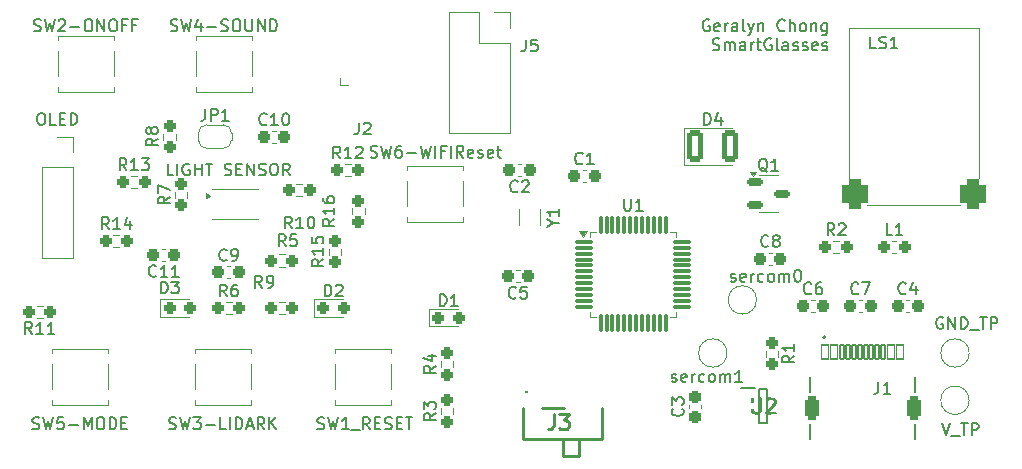
<source format=gto>
G04 #@! TF.GenerationSoftware,KiCad,Pcbnew,8.0.1*
G04 #@! TF.CreationDate,2024-04-26T15:43:04-05:00*
G04 #@! TF.ProjectId,HCIPCB_ATSAMD21G18_template,48434950-4342-45f4-9154-53414d443231,rev?*
G04 #@! TF.SameCoordinates,Original*
G04 #@! TF.FileFunction,Legend,Top*
G04 #@! TF.FilePolarity,Positive*
%FSLAX46Y46*%
G04 Gerber Fmt 4.6, Leading zero omitted, Abs format (unit mm)*
G04 Created by KiCad (PCBNEW 8.0.1) date 2024-04-26 15:43:04*
%MOMM*%
%LPD*%
G01*
G04 APERTURE LIST*
G04 Aperture macros list*
%AMRoundRect*
0 Rectangle with rounded corners*
0 $1 Rounding radius*
0 $2 $3 $4 $5 $6 $7 $8 $9 X,Y pos of 4 corners*
0 Add a 4 corners polygon primitive as box body*
4,1,4,$2,$3,$4,$5,$6,$7,$8,$9,$2,$3,0*
0 Add four circle primitives for the rounded corners*
1,1,$1+$1,$2,$3*
1,1,$1+$1,$4,$5*
1,1,$1+$1,$6,$7*
1,1,$1+$1,$8,$9*
0 Add four rect primitives between the rounded corners*
20,1,$1+$1,$2,$3,$4,$5,0*
20,1,$1+$1,$4,$5,$6,$7,0*
20,1,$1+$1,$6,$7,$8,$9,0*
20,1,$1+$1,$8,$9,$2,$3,0*%
%AMFreePoly0*
4,1,19,0.500000,-0.750000,0.000000,-0.750000,0.000000,-0.744911,-0.071157,-0.744911,-0.207708,-0.704816,-0.327430,-0.627875,-0.420627,-0.520320,-0.479746,-0.390866,-0.500000,-0.250000,-0.500000,0.250000,-0.479746,0.390866,-0.420627,0.520320,-0.327430,0.627875,-0.207708,0.704816,-0.071157,0.744911,0.000000,0.744911,0.000000,0.750000,0.500000,0.750000,0.500000,-0.750000,0.500000,-0.750000,
$1*%
%AMFreePoly1*
4,1,19,0.000000,0.744911,0.071157,0.744911,0.207708,0.704816,0.327430,0.627875,0.420627,0.520320,0.479746,0.390866,0.500000,0.250000,0.500000,-0.250000,0.479746,-0.390866,0.420627,-0.520320,0.327430,-0.627875,0.207708,-0.704816,0.071157,-0.744911,0.000000,-0.744911,0.000000,-0.750000,-0.500000,-0.750000,-0.500000,0.750000,0.000000,0.750000,0.000000,0.744911,0.000000,0.744911,
$1*%
G04 Aperture macros list end*
%ADD10C,0.153000*%
%ADD11C,0.254000*%
%ADD12C,0.150000*%
%ADD13C,0.120000*%
%ADD14C,0.200000*%
%ADD15C,0.900000*%
%ADD16R,0.700000X1.500000*%
%ADD17RoundRect,0.237500X-0.287500X-0.237500X0.287500X-0.237500X0.287500X0.237500X-0.287500X0.237500X0*%
%ADD18RoundRect,0.237500X-0.300000X-0.237500X0.300000X-0.237500X0.300000X0.237500X-0.300000X0.237500X0*%
%ADD19RoundRect,0.237500X-0.250000X-0.237500X0.250000X-0.237500X0.250000X0.237500X-0.250000X0.237500X0*%
%ADD20RoundRect,0.237500X0.237500X-0.250000X0.237500X0.250000X-0.237500X0.250000X-0.237500X-0.250000X0*%
%ADD21R,0.720000X0.600000*%
%ADD22RoundRect,0.237500X0.250000X0.237500X-0.250000X0.237500X-0.250000X-0.237500X0.250000X-0.237500X0*%
%ADD23R,1.700000X1.700000*%
%ADD24O,1.700000X1.700000*%
%ADD25C,2.000000*%
%ADD26RoundRect,0.237500X0.237500X-0.300000X0.237500X0.300000X-0.237500X0.300000X-0.237500X-0.300000X0*%
%ADD27R,1.600000X1.400000*%
%ADD28C,2.374900*%
%ADD29C,0.990600*%
%ADD30C,0.787400*%
%ADD31R,1.200000X0.600000*%
%ADD32RoundRect,0.150000X-0.512500X-0.150000X0.512500X-0.150000X0.512500X0.150000X-0.512500X0.150000X0*%
%ADD33RoundRect,0.237500X-0.237500X0.250000X-0.237500X-0.250000X0.237500X-0.250000X0.237500X0.250000X0*%
%ADD34R,1.800000X1.000000*%
%ADD35RoundRect,0.237500X0.300000X0.237500X-0.300000X0.237500X-0.300000X-0.237500X0.300000X-0.237500X0*%
%ADD36RoundRect,0.250001X-0.462499X-1.074999X0.462499X-1.074999X0.462499X1.074999X-0.462499X1.074999X0*%
%ADD37C,0.650000*%
%ADD38RoundRect,0.075000X-0.300000X-0.575000X0.300000X-0.575000X0.300000X0.575000X-0.300000X0.575000X0*%
%ADD39RoundRect,0.075000X-0.150000X-0.575000X0.150000X-0.575000X0.150000X0.575000X-0.150000X0.575000X0*%
%ADD40O,1.204000X2.304000*%
%ADD41RoundRect,0.301000X-0.301000X-0.701000X0.301000X-0.701000X0.301000X0.701000X-0.301000X0.701000X0*%
%ADD42RoundRect,0.075000X-0.662500X-0.075000X0.662500X-0.075000X0.662500X0.075000X-0.662500X0.075000X0*%
%ADD43RoundRect,0.075000X-0.075000X-0.662500X0.075000X-0.662500X0.075000X0.662500X-0.075000X0.662500X0*%
%ADD44RoundRect,0.550000X-0.550000X-0.720000X0.550000X-0.720000X0.550000X0.720000X-0.550000X0.720000X0*%
%ADD45FreePoly0,0.000000*%
%ADD46FreePoly1,0.000000*%
G04 APERTURE END LIST*
D10*
X149708864Y-77307338D02*
X149613626Y-77259719D01*
X149613626Y-77259719D02*
X149470769Y-77259719D01*
X149470769Y-77259719D02*
X149327912Y-77307338D01*
X149327912Y-77307338D02*
X149232674Y-77402576D01*
X149232674Y-77402576D02*
X149185055Y-77497814D01*
X149185055Y-77497814D02*
X149137436Y-77688290D01*
X149137436Y-77688290D02*
X149137436Y-77831147D01*
X149137436Y-77831147D02*
X149185055Y-78021623D01*
X149185055Y-78021623D02*
X149232674Y-78116861D01*
X149232674Y-78116861D02*
X149327912Y-78212100D01*
X149327912Y-78212100D02*
X149470769Y-78259719D01*
X149470769Y-78259719D02*
X149566007Y-78259719D01*
X149566007Y-78259719D02*
X149708864Y-78212100D01*
X149708864Y-78212100D02*
X149756483Y-78164480D01*
X149756483Y-78164480D02*
X149756483Y-77831147D01*
X149756483Y-77831147D02*
X149566007Y-77831147D01*
X150566007Y-78212100D02*
X150470769Y-78259719D01*
X150470769Y-78259719D02*
X150280293Y-78259719D01*
X150280293Y-78259719D02*
X150185055Y-78212100D01*
X150185055Y-78212100D02*
X150137436Y-78116861D01*
X150137436Y-78116861D02*
X150137436Y-77735909D01*
X150137436Y-77735909D02*
X150185055Y-77640671D01*
X150185055Y-77640671D02*
X150280293Y-77593052D01*
X150280293Y-77593052D02*
X150470769Y-77593052D01*
X150470769Y-77593052D02*
X150566007Y-77640671D01*
X150566007Y-77640671D02*
X150613626Y-77735909D01*
X150613626Y-77735909D02*
X150613626Y-77831147D01*
X150613626Y-77831147D02*
X150137436Y-77926385D01*
X151042198Y-78259719D02*
X151042198Y-77593052D01*
X151042198Y-77783528D02*
X151089817Y-77688290D01*
X151089817Y-77688290D02*
X151137436Y-77640671D01*
X151137436Y-77640671D02*
X151232674Y-77593052D01*
X151232674Y-77593052D02*
X151327912Y-77593052D01*
X152089817Y-78259719D02*
X152089817Y-77735909D01*
X152089817Y-77735909D02*
X152042198Y-77640671D01*
X152042198Y-77640671D02*
X151946960Y-77593052D01*
X151946960Y-77593052D02*
X151756484Y-77593052D01*
X151756484Y-77593052D02*
X151661246Y-77640671D01*
X152089817Y-78212100D02*
X151994579Y-78259719D01*
X151994579Y-78259719D02*
X151756484Y-78259719D01*
X151756484Y-78259719D02*
X151661246Y-78212100D01*
X151661246Y-78212100D02*
X151613627Y-78116861D01*
X151613627Y-78116861D02*
X151613627Y-78021623D01*
X151613627Y-78021623D02*
X151661246Y-77926385D01*
X151661246Y-77926385D02*
X151756484Y-77878766D01*
X151756484Y-77878766D02*
X151994579Y-77878766D01*
X151994579Y-77878766D02*
X152089817Y-77831147D01*
X152708865Y-78259719D02*
X152613627Y-78212100D01*
X152613627Y-78212100D02*
X152566008Y-78116861D01*
X152566008Y-78116861D02*
X152566008Y-77259719D01*
X152994580Y-77593052D02*
X153232675Y-78259719D01*
X153470770Y-77593052D02*
X153232675Y-78259719D01*
X153232675Y-78259719D02*
X153137437Y-78497814D01*
X153137437Y-78497814D02*
X153089818Y-78545433D01*
X153089818Y-78545433D02*
X152994580Y-78593052D01*
X153851723Y-77593052D02*
X153851723Y-78259719D01*
X153851723Y-77688290D02*
X153899342Y-77640671D01*
X153899342Y-77640671D02*
X153994580Y-77593052D01*
X153994580Y-77593052D02*
X154137437Y-77593052D01*
X154137437Y-77593052D02*
X154232675Y-77640671D01*
X154232675Y-77640671D02*
X154280294Y-77735909D01*
X154280294Y-77735909D02*
X154280294Y-78259719D01*
X156089818Y-78164480D02*
X156042199Y-78212100D01*
X156042199Y-78212100D02*
X155899342Y-78259719D01*
X155899342Y-78259719D02*
X155804104Y-78259719D01*
X155804104Y-78259719D02*
X155661247Y-78212100D01*
X155661247Y-78212100D02*
X155566009Y-78116861D01*
X155566009Y-78116861D02*
X155518390Y-78021623D01*
X155518390Y-78021623D02*
X155470771Y-77831147D01*
X155470771Y-77831147D02*
X155470771Y-77688290D01*
X155470771Y-77688290D02*
X155518390Y-77497814D01*
X155518390Y-77497814D02*
X155566009Y-77402576D01*
X155566009Y-77402576D02*
X155661247Y-77307338D01*
X155661247Y-77307338D02*
X155804104Y-77259719D01*
X155804104Y-77259719D02*
X155899342Y-77259719D01*
X155899342Y-77259719D02*
X156042199Y-77307338D01*
X156042199Y-77307338D02*
X156089818Y-77354957D01*
X156518390Y-78259719D02*
X156518390Y-77259719D01*
X156946961Y-78259719D02*
X156946961Y-77735909D01*
X156946961Y-77735909D02*
X156899342Y-77640671D01*
X156899342Y-77640671D02*
X156804104Y-77593052D01*
X156804104Y-77593052D02*
X156661247Y-77593052D01*
X156661247Y-77593052D02*
X156566009Y-77640671D01*
X156566009Y-77640671D02*
X156518390Y-77688290D01*
X157566009Y-78259719D02*
X157470771Y-78212100D01*
X157470771Y-78212100D02*
X157423152Y-78164480D01*
X157423152Y-78164480D02*
X157375533Y-78069242D01*
X157375533Y-78069242D02*
X157375533Y-77783528D01*
X157375533Y-77783528D02*
X157423152Y-77688290D01*
X157423152Y-77688290D02*
X157470771Y-77640671D01*
X157470771Y-77640671D02*
X157566009Y-77593052D01*
X157566009Y-77593052D02*
X157708866Y-77593052D01*
X157708866Y-77593052D02*
X157804104Y-77640671D01*
X157804104Y-77640671D02*
X157851723Y-77688290D01*
X157851723Y-77688290D02*
X157899342Y-77783528D01*
X157899342Y-77783528D02*
X157899342Y-78069242D01*
X157899342Y-78069242D02*
X157851723Y-78164480D01*
X157851723Y-78164480D02*
X157804104Y-78212100D01*
X157804104Y-78212100D02*
X157708866Y-78259719D01*
X157708866Y-78259719D02*
X157566009Y-78259719D01*
X158327914Y-77593052D02*
X158327914Y-78259719D01*
X158327914Y-77688290D02*
X158375533Y-77640671D01*
X158375533Y-77640671D02*
X158470771Y-77593052D01*
X158470771Y-77593052D02*
X158613628Y-77593052D01*
X158613628Y-77593052D02*
X158708866Y-77640671D01*
X158708866Y-77640671D02*
X158756485Y-77735909D01*
X158756485Y-77735909D02*
X158756485Y-78259719D01*
X159661247Y-77593052D02*
X159661247Y-78402576D01*
X159661247Y-78402576D02*
X159613628Y-78497814D01*
X159613628Y-78497814D02*
X159566009Y-78545433D01*
X159566009Y-78545433D02*
X159470771Y-78593052D01*
X159470771Y-78593052D02*
X159327914Y-78593052D01*
X159327914Y-78593052D02*
X159232676Y-78545433D01*
X159661247Y-78212100D02*
X159566009Y-78259719D01*
X159566009Y-78259719D02*
X159375533Y-78259719D01*
X159375533Y-78259719D02*
X159280295Y-78212100D01*
X159280295Y-78212100D02*
X159232676Y-78164480D01*
X159232676Y-78164480D02*
X159185057Y-78069242D01*
X159185057Y-78069242D02*
X159185057Y-77783528D01*
X159185057Y-77783528D02*
X159232676Y-77688290D01*
X159232676Y-77688290D02*
X159280295Y-77640671D01*
X159280295Y-77640671D02*
X159375533Y-77593052D01*
X159375533Y-77593052D02*
X159566009Y-77593052D01*
X159566009Y-77593052D02*
X159661247Y-77640671D01*
X149994579Y-79822044D02*
X150137436Y-79869663D01*
X150137436Y-79869663D02*
X150375531Y-79869663D01*
X150375531Y-79869663D02*
X150470769Y-79822044D01*
X150470769Y-79822044D02*
X150518388Y-79774424D01*
X150518388Y-79774424D02*
X150566007Y-79679186D01*
X150566007Y-79679186D02*
X150566007Y-79583948D01*
X150566007Y-79583948D02*
X150518388Y-79488710D01*
X150518388Y-79488710D02*
X150470769Y-79441091D01*
X150470769Y-79441091D02*
X150375531Y-79393472D01*
X150375531Y-79393472D02*
X150185055Y-79345853D01*
X150185055Y-79345853D02*
X150089817Y-79298234D01*
X150089817Y-79298234D02*
X150042198Y-79250615D01*
X150042198Y-79250615D02*
X149994579Y-79155377D01*
X149994579Y-79155377D02*
X149994579Y-79060139D01*
X149994579Y-79060139D02*
X150042198Y-78964901D01*
X150042198Y-78964901D02*
X150089817Y-78917282D01*
X150089817Y-78917282D02*
X150185055Y-78869663D01*
X150185055Y-78869663D02*
X150423150Y-78869663D01*
X150423150Y-78869663D02*
X150566007Y-78917282D01*
X150994579Y-79869663D02*
X150994579Y-79202996D01*
X150994579Y-79298234D02*
X151042198Y-79250615D01*
X151042198Y-79250615D02*
X151137436Y-79202996D01*
X151137436Y-79202996D02*
X151280293Y-79202996D01*
X151280293Y-79202996D02*
X151375531Y-79250615D01*
X151375531Y-79250615D02*
X151423150Y-79345853D01*
X151423150Y-79345853D02*
X151423150Y-79869663D01*
X151423150Y-79345853D02*
X151470769Y-79250615D01*
X151470769Y-79250615D02*
X151566007Y-79202996D01*
X151566007Y-79202996D02*
X151708864Y-79202996D01*
X151708864Y-79202996D02*
X151804103Y-79250615D01*
X151804103Y-79250615D02*
X151851722Y-79345853D01*
X151851722Y-79345853D02*
X151851722Y-79869663D01*
X152756483Y-79869663D02*
X152756483Y-79345853D01*
X152756483Y-79345853D02*
X152708864Y-79250615D01*
X152708864Y-79250615D02*
X152613626Y-79202996D01*
X152613626Y-79202996D02*
X152423150Y-79202996D01*
X152423150Y-79202996D02*
X152327912Y-79250615D01*
X152756483Y-79822044D02*
X152661245Y-79869663D01*
X152661245Y-79869663D02*
X152423150Y-79869663D01*
X152423150Y-79869663D02*
X152327912Y-79822044D01*
X152327912Y-79822044D02*
X152280293Y-79726805D01*
X152280293Y-79726805D02*
X152280293Y-79631567D01*
X152280293Y-79631567D02*
X152327912Y-79536329D01*
X152327912Y-79536329D02*
X152423150Y-79488710D01*
X152423150Y-79488710D02*
X152661245Y-79488710D01*
X152661245Y-79488710D02*
X152756483Y-79441091D01*
X153232674Y-79869663D02*
X153232674Y-79202996D01*
X153232674Y-79393472D02*
X153280293Y-79298234D01*
X153280293Y-79298234D02*
X153327912Y-79250615D01*
X153327912Y-79250615D02*
X153423150Y-79202996D01*
X153423150Y-79202996D02*
X153518388Y-79202996D01*
X153708865Y-79202996D02*
X154089817Y-79202996D01*
X153851722Y-78869663D02*
X153851722Y-79726805D01*
X153851722Y-79726805D02*
X153899341Y-79822044D01*
X153899341Y-79822044D02*
X153994579Y-79869663D01*
X153994579Y-79869663D02*
X154089817Y-79869663D01*
X154946960Y-78917282D02*
X154851722Y-78869663D01*
X154851722Y-78869663D02*
X154708865Y-78869663D01*
X154708865Y-78869663D02*
X154566008Y-78917282D01*
X154566008Y-78917282D02*
X154470770Y-79012520D01*
X154470770Y-79012520D02*
X154423151Y-79107758D01*
X154423151Y-79107758D02*
X154375532Y-79298234D01*
X154375532Y-79298234D02*
X154375532Y-79441091D01*
X154375532Y-79441091D02*
X154423151Y-79631567D01*
X154423151Y-79631567D02*
X154470770Y-79726805D01*
X154470770Y-79726805D02*
X154566008Y-79822044D01*
X154566008Y-79822044D02*
X154708865Y-79869663D01*
X154708865Y-79869663D02*
X154804103Y-79869663D01*
X154804103Y-79869663D02*
X154946960Y-79822044D01*
X154946960Y-79822044D02*
X154994579Y-79774424D01*
X154994579Y-79774424D02*
X154994579Y-79441091D01*
X154994579Y-79441091D02*
X154804103Y-79441091D01*
X155566008Y-79869663D02*
X155470770Y-79822044D01*
X155470770Y-79822044D02*
X155423151Y-79726805D01*
X155423151Y-79726805D02*
X155423151Y-78869663D01*
X156375532Y-79869663D02*
X156375532Y-79345853D01*
X156375532Y-79345853D02*
X156327913Y-79250615D01*
X156327913Y-79250615D02*
X156232675Y-79202996D01*
X156232675Y-79202996D02*
X156042199Y-79202996D01*
X156042199Y-79202996D02*
X155946961Y-79250615D01*
X156375532Y-79822044D02*
X156280294Y-79869663D01*
X156280294Y-79869663D02*
X156042199Y-79869663D01*
X156042199Y-79869663D02*
X155946961Y-79822044D01*
X155946961Y-79822044D02*
X155899342Y-79726805D01*
X155899342Y-79726805D02*
X155899342Y-79631567D01*
X155899342Y-79631567D02*
X155946961Y-79536329D01*
X155946961Y-79536329D02*
X156042199Y-79488710D01*
X156042199Y-79488710D02*
X156280294Y-79488710D01*
X156280294Y-79488710D02*
X156375532Y-79441091D01*
X156804104Y-79822044D02*
X156899342Y-79869663D01*
X156899342Y-79869663D02*
X157089818Y-79869663D01*
X157089818Y-79869663D02*
X157185056Y-79822044D01*
X157185056Y-79822044D02*
X157232675Y-79726805D01*
X157232675Y-79726805D02*
X157232675Y-79679186D01*
X157232675Y-79679186D02*
X157185056Y-79583948D01*
X157185056Y-79583948D02*
X157089818Y-79536329D01*
X157089818Y-79536329D02*
X156946961Y-79536329D01*
X156946961Y-79536329D02*
X156851723Y-79488710D01*
X156851723Y-79488710D02*
X156804104Y-79393472D01*
X156804104Y-79393472D02*
X156804104Y-79345853D01*
X156804104Y-79345853D02*
X156851723Y-79250615D01*
X156851723Y-79250615D02*
X156946961Y-79202996D01*
X156946961Y-79202996D02*
X157089818Y-79202996D01*
X157089818Y-79202996D02*
X157185056Y-79250615D01*
X157613628Y-79822044D02*
X157708866Y-79869663D01*
X157708866Y-79869663D02*
X157899342Y-79869663D01*
X157899342Y-79869663D02*
X157994580Y-79822044D01*
X157994580Y-79822044D02*
X158042199Y-79726805D01*
X158042199Y-79726805D02*
X158042199Y-79679186D01*
X158042199Y-79679186D02*
X157994580Y-79583948D01*
X157994580Y-79583948D02*
X157899342Y-79536329D01*
X157899342Y-79536329D02*
X157756485Y-79536329D01*
X157756485Y-79536329D02*
X157661247Y-79488710D01*
X157661247Y-79488710D02*
X157613628Y-79393472D01*
X157613628Y-79393472D02*
X157613628Y-79345853D01*
X157613628Y-79345853D02*
X157661247Y-79250615D01*
X157661247Y-79250615D02*
X157756485Y-79202996D01*
X157756485Y-79202996D02*
X157899342Y-79202996D01*
X157899342Y-79202996D02*
X157994580Y-79250615D01*
X158851723Y-79822044D02*
X158756485Y-79869663D01*
X158756485Y-79869663D02*
X158566009Y-79869663D01*
X158566009Y-79869663D02*
X158470771Y-79822044D01*
X158470771Y-79822044D02*
X158423152Y-79726805D01*
X158423152Y-79726805D02*
X158423152Y-79345853D01*
X158423152Y-79345853D02*
X158470771Y-79250615D01*
X158470771Y-79250615D02*
X158566009Y-79202996D01*
X158566009Y-79202996D02*
X158756485Y-79202996D01*
X158756485Y-79202996D02*
X158851723Y-79250615D01*
X158851723Y-79250615D02*
X158899342Y-79345853D01*
X158899342Y-79345853D02*
X158899342Y-79441091D01*
X158899342Y-79441091D02*
X158423152Y-79536329D01*
X159280295Y-79822044D02*
X159375533Y-79869663D01*
X159375533Y-79869663D02*
X159566009Y-79869663D01*
X159566009Y-79869663D02*
X159661247Y-79822044D01*
X159661247Y-79822044D02*
X159708866Y-79726805D01*
X159708866Y-79726805D02*
X159708866Y-79679186D01*
X159708866Y-79679186D02*
X159661247Y-79583948D01*
X159661247Y-79583948D02*
X159566009Y-79536329D01*
X159566009Y-79536329D02*
X159423152Y-79536329D01*
X159423152Y-79536329D02*
X159327914Y-79488710D01*
X159327914Y-79488710D02*
X159280295Y-79393472D01*
X159280295Y-79393472D02*
X159280295Y-79345853D01*
X159280295Y-79345853D02*
X159327914Y-79250615D01*
X159327914Y-79250615D02*
X159423152Y-79202996D01*
X159423152Y-79202996D02*
X159566009Y-79202996D01*
X159566009Y-79202996D02*
X159661247Y-79250615D01*
D11*
X136520997Y-110691653D02*
X136520997Y-111598796D01*
X136520997Y-111598796D02*
X136460520Y-111780224D01*
X136460520Y-111780224D02*
X136339568Y-111901177D01*
X136339568Y-111901177D02*
X136158139Y-111961653D01*
X136158139Y-111961653D02*
X136037187Y-111961653D01*
X137004806Y-110691653D02*
X137790997Y-110691653D01*
X137790997Y-110691653D02*
X137367663Y-111175462D01*
X137367663Y-111175462D02*
X137549092Y-111175462D01*
X137549092Y-111175462D02*
X137670044Y-111235938D01*
X137670044Y-111235938D02*
X137730520Y-111296415D01*
X137730520Y-111296415D02*
X137790997Y-111417367D01*
X137790997Y-111417367D02*
X137790997Y-111719748D01*
X137790997Y-111719748D02*
X137730520Y-111840700D01*
X137730520Y-111840700D02*
X137670044Y-111901177D01*
X137670044Y-111901177D02*
X137549092Y-111961653D01*
X137549092Y-111961653D02*
X137186235Y-111961653D01*
X137186235Y-111961653D02*
X137065282Y-111901177D01*
X137065282Y-111901177D02*
X137004806Y-111840700D01*
D12*
X126886905Y-101524819D02*
X126886905Y-100524819D01*
X126886905Y-100524819D02*
X127125000Y-100524819D01*
X127125000Y-100524819D02*
X127267857Y-100572438D01*
X127267857Y-100572438D02*
X127363095Y-100667676D01*
X127363095Y-100667676D02*
X127410714Y-100762914D01*
X127410714Y-100762914D02*
X127458333Y-100953390D01*
X127458333Y-100953390D02*
X127458333Y-101096247D01*
X127458333Y-101096247D02*
X127410714Y-101286723D01*
X127410714Y-101286723D02*
X127363095Y-101381961D01*
X127363095Y-101381961D02*
X127267857Y-101477200D01*
X127267857Y-101477200D02*
X127125000Y-101524819D01*
X127125000Y-101524819D02*
X126886905Y-101524819D01*
X128410714Y-101524819D02*
X127839286Y-101524819D01*
X128125000Y-101524819D02*
X128125000Y-100524819D01*
X128125000Y-100524819D02*
X128029762Y-100667676D01*
X128029762Y-100667676D02*
X127934524Y-100762914D01*
X127934524Y-100762914D02*
X127839286Y-100810533D01*
X138970833Y-89429580D02*
X138923214Y-89477200D01*
X138923214Y-89477200D02*
X138780357Y-89524819D01*
X138780357Y-89524819D02*
X138685119Y-89524819D01*
X138685119Y-89524819D02*
X138542262Y-89477200D01*
X138542262Y-89477200D02*
X138447024Y-89381961D01*
X138447024Y-89381961D02*
X138399405Y-89286723D01*
X138399405Y-89286723D02*
X138351786Y-89096247D01*
X138351786Y-89096247D02*
X138351786Y-88953390D01*
X138351786Y-88953390D02*
X138399405Y-88762914D01*
X138399405Y-88762914D02*
X138447024Y-88667676D01*
X138447024Y-88667676D02*
X138542262Y-88572438D01*
X138542262Y-88572438D02*
X138685119Y-88524819D01*
X138685119Y-88524819D02*
X138780357Y-88524819D01*
X138780357Y-88524819D02*
X138923214Y-88572438D01*
X138923214Y-88572438D02*
X138970833Y-88620057D01*
X139923214Y-89524819D02*
X139351786Y-89524819D01*
X139637500Y-89524819D02*
X139637500Y-88524819D01*
X139637500Y-88524819D02*
X139542262Y-88667676D01*
X139542262Y-88667676D02*
X139447024Y-88762914D01*
X139447024Y-88762914D02*
X139351786Y-88810533D01*
X114357142Y-94954819D02*
X114023809Y-94478628D01*
X113785714Y-94954819D02*
X113785714Y-93954819D01*
X113785714Y-93954819D02*
X114166666Y-93954819D01*
X114166666Y-93954819D02*
X114261904Y-94002438D01*
X114261904Y-94002438D02*
X114309523Y-94050057D01*
X114309523Y-94050057D02*
X114357142Y-94145295D01*
X114357142Y-94145295D02*
X114357142Y-94288152D01*
X114357142Y-94288152D02*
X114309523Y-94383390D01*
X114309523Y-94383390D02*
X114261904Y-94431009D01*
X114261904Y-94431009D02*
X114166666Y-94478628D01*
X114166666Y-94478628D02*
X113785714Y-94478628D01*
X115309523Y-94954819D02*
X114738095Y-94954819D01*
X115023809Y-94954819D02*
X115023809Y-93954819D01*
X115023809Y-93954819D02*
X114928571Y-94097676D01*
X114928571Y-94097676D02*
X114833333Y-94192914D01*
X114833333Y-94192914D02*
X114738095Y-94240533D01*
X115928571Y-93954819D02*
X116023809Y-93954819D01*
X116023809Y-93954819D02*
X116119047Y-94002438D01*
X116119047Y-94002438D02*
X116166666Y-94050057D01*
X116166666Y-94050057D02*
X116214285Y-94145295D01*
X116214285Y-94145295D02*
X116261904Y-94335771D01*
X116261904Y-94335771D02*
X116261904Y-94573866D01*
X116261904Y-94573866D02*
X116214285Y-94764342D01*
X116214285Y-94764342D02*
X116166666Y-94859580D01*
X116166666Y-94859580D02*
X116119047Y-94907200D01*
X116119047Y-94907200D02*
X116023809Y-94954819D01*
X116023809Y-94954819D02*
X115928571Y-94954819D01*
X115928571Y-94954819D02*
X115833333Y-94907200D01*
X115833333Y-94907200D02*
X115785714Y-94859580D01*
X115785714Y-94859580D02*
X115738095Y-94764342D01*
X115738095Y-94764342D02*
X115690476Y-94573866D01*
X115690476Y-94573866D02*
X115690476Y-94335771D01*
X115690476Y-94335771D02*
X115738095Y-94145295D01*
X115738095Y-94145295D02*
X115785714Y-94050057D01*
X115785714Y-94050057D02*
X115833333Y-94002438D01*
X115833333Y-94002438D02*
X115928571Y-93954819D01*
X162333333Y-100429580D02*
X162285714Y-100477200D01*
X162285714Y-100477200D02*
X162142857Y-100524819D01*
X162142857Y-100524819D02*
X162047619Y-100524819D01*
X162047619Y-100524819D02*
X161904762Y-100477200D01*
X161904762Y-100477200D02*
X161809524Y-100381961D01*
X161809524Y-100381961D02*
X161761905Y-100286723D01*
X161761905Y-100286723D02*
X161714286Y-100096247D01*
X161714286Y-100096247D02*
X161714286Y-99953390D01*
X161714286Y-99953390D02*
X161761905Y-99762914D01*
X161761905Y-99762914D02*
X161809524Y-99667676D01*
X161809524Y-99667676D02*
X161904762Y-99572438D01*
X161904762Y-99572438D02*
X162047619Y-99524819D01*
X162047619Y-99524819D02*
X162142857Y-99524819D01*
X162142857Y-99524819D02*
X162285714Y-99572438D01*
X162285714Y-99572438D02*
X162333333Y-99620057D01*
X162666667Y-99524819D02*
X163333333Y-99524819D01*
X163333333Y-99524819D02*
X162904762Y-100524819D01*
X100357142Y-90024819D02*
X100023809Y-89548628D01*
X99785714Y-90024819D02*
X99785714Y-89024819D01*
X99785714Y-89024819D02*
X100166666Y-89024819D01*
X100166666Y-89024819D02*
X100261904Y-89072438D01*
X100261904Y-89072438D02*
X100309523Y-89120057D01*
X100309523Y-89120057D02*
X100357142Y-89215295D01*
X100357142Y-89215295D02*
X100357142Y-89358152D01*
X100357142Y-89358152D02*
X100309523Y-89453390D01*
X100309523Y-89453390D02*
X100261904Y-89501009D01*
X100261904Y-89501009D02*
X100166666Y-89548628D01*
X100166666Y-89548628D02*
X99785714Y-89548628D01*
X101309523Y-90024819D02*
X100738095Y-90024819D01*
X101023809Y-90024819D02*
X101023809Y-89024819D01*
X101023809Y-89024819D02*
X100928571Y-89167676D01*
X100928571Y-89167676D02*
X100833333Y-89262914D01*
X100833333Y-89262914D02*
X100738095Y-89310533D01*
X101642857Y-89024819D02*
X102261904Y-89024819D01*
X102261904Y-89024819D02*
X101928571Y-89405771D01*
X101928571Y-89405771D02*
X102071428Y-89405771D01*
X102071428Y-89405771D02*
X102166666Y-89453390D01*
X102166666Y-89453390D02*
X102214285Y-89501009D01*
X102214285Y-89501009D02*
X102261904Y-89596247D01*
X102261904Y-89596247D02*
X102261904Y-89834342D01*
X102261904Y-89834342D02*
X102214285Y-89929580D01*
X102214285Y-89929580D02*
X102166666Y-89977200D01*
X102166666Y-89977200D02*
X102071428Y-90024819D01*
X102071428Y-90024819D02*
X101785714Y-90024819D01*
X101785714Y-90024819D02*
X101690476Y-89977200D01*
X101690476Y-89977200D02*
X101642857Y-89929580D01*
X126524819Y-106579166D02*
X126048628Y-106912499D01*
X126524819Y-107150594D02*
X125524819Y-107150594D01*
X125524819Y-107150594D02*
X125524819Y-106769642D01*
X125524819Y-106769642D02*
X125572438Y-106674404D01*
X125572438Y-106674404D02*
X125620057Y-106626785D01*
X125620057Y-106626785D02*
X125715295Y-106579166D01*
X125715295Y-106579166D02*
X125858152Y-106579166D01*
X125858152Y-106579166D02*
X125953390Y-106626785D01*
X125953390Y-106626785D02*
X126001009Y-106674404D01*
X126001009Y-106674404D02*
X126048628Y-106769642D01*
X126048628Y-106769642D02*
X126048628Y-107150594D01*
X125858152Y-105722023D02*
X126524819Y-105722023D01*
X125477200Y-105960118D02*
X126191485Y-106198213D01*
X126191485Y-106198213D02*
X126191485Y-105579166D01*
X104333333Y-90454819D02*
X103857143Y-90454819D01*
X103857143Y-90454819D02*
X103857143Y-89454819D01*
X104666667Y-90454819D02*
X104666667Y-89454819D01*
X105666666Y-89502438D02*
X105571428Y-89454819D01*
X105571428Y-89454819D02*
X105428571Y-89454819D01*
X105428571Y-89454819D02*
X105285714Y-89502438D01*
X105285714Y-89502438D02*
X105190476Y-89597676D01*
X105190476Y-89597676D02*
X105142857Y-89692914D01*
X105142857Y-89692914D02*
X105095238Y-89883390D01*
X105095238Y-89883390D02*
X105095238Y-90026247D01*
X105095238Y-90026247D02*
X105142857Y-90216723D01*
X105142857Y-90216723D02*
X105190476Y-90311961D01*
X105190476Y-90311961D02*
X105285714Y-90407200D01*
X105285714Y-90407200D02*
X105428571Y-90454819D01*
X105428571Y-90454819D02*
X105523809Y-90454819D01*
X105523809Y-90454819D02*
X105666666Y-90407200D01*
X105666666Y-90407200D02*
X105714285Y-90359580D01*
X105714285Y-90359580D02*
X105714285Y-90026247D01*
X105714285Y-90026247D02*
X105523809Y-90026247D01*
X106142857Y-90454819D02*
X106142857Y-89454819D01*
X106142857Y-89931009D02*
X106714285Y-89931009D01*
X106714285Y-90454819D02*
X106714285Y-89454819D01*
X107047619Y-89454819D02*
X107619047Y-89454819D01*
X107333333Y-90454819D02*
X107333333Y-89454819D01*
X108666667Y-90407200D02*
X108809524Y-90454819D01*
X108809524Y-90454819D02*
X109047619Y-90454819D01*
X109047619Y-90454819D02*
X109142857Y-90407200D01*
X109142857Y-90407200D02*
X109190476Y-90359580D01*
X109190476Y-90359580D02*
X109238095Y-90264342D01*
X109238095Y-90264342D02*
X109238095Y-90169104D01*
X109238095Y-90169104D02*
X109190476Y-90073866D01*
X109190476Y-90073866D02*
X109142857Y-90026247D01*
X109142857Y-90026247D02*
X109047619Y-89978628D01*
X109047619Y-89978628D02*
X108857143Y-89931009D01*
X108857143Y-89931009D02*
X108761905Y-89883390D01*
X108761905Y-89883390D02*
X108714286Y-89835771D01*
X108714286Y-89835771D02*
X108666667Y-89740533D01*
X108666667Y-89740533D02*
X108666667Y-89645295D01*
X108666667Y-89645295D02*
X108714286Y-89550057D01*
X108714286Y-89550057D02*
X108761905Y-89502438D01*
X108761905Y-89502438D02*
X108857143Y-89454819D01*
X108857143Y-89454819D02*
X109095238Y-89454819D01*
X109095238Y-89454819D02*
X109238095Y-89502438D01*
X109666667Y-89931009D02*
X110000000Y-89931009D01*
X110142857Y-90454819D02*
X109666667Y-90454819D01*
X109666667Y-90454819D02*
X109666667Y-89454819D01*
X109666667Y-89454819D02*
X110142857Y-89454819D01*
X110571429Y-90454819D02*
X110571429Y-89454819D01*
X110571429Y-89454819D02*
X111142857Y-90454819D01*
X111142857Y-90454819D02*
X111142857Y-89454819D01*
X111571429Y-90407200D02*
X111714286Y-90454819D01*
X111714286Y-90454819D02*
X111952381Y-90454819D01*
X111952381Y-90454819D02*
X112047619Y-90407200D01*
X112047619Y-90407200D02*
X112095238Y-90359580D01*
X112095238Y-90359580D02*
X112142857Y-90264342D01*
X112142857Y-90264342D02*
X112142857Y-90169104D01*
X112142857Y-90169104D02*
X112095238Y-90073866D01*
X112095238Y-90073866D02*
X112047619Y-90026247D01*
X112047619Y-90026247D02*
X111952381Y-89978628D01*
X111952381Y-89978628D02*
X111761905Y-89931009D01*
X111761905Y-89931009D02*
X111666667Y-89883390D01*
X111666667Y-89883390D02*
X111619048Y-89835771D01*
X111619048Y-89835771D02*
X111571429Y-89740533D01*
X111571429Y-89740533D02*
X111571429Y-89645295D01*
X111571429Y-89645295D02*
X111619048Y-89550057D01*
X111619048Y-89550057D02*
X111666667Y-89502438D01*
X111666667Y-89502438D02*
X111761905Y-89454819D01*
X111761905Y-89454819D02*
X112000000Y-89454819D01*
X112000000Y-89454819D02*
X112142857Y-89502438D01*
X112761905Y-89454819D02*
X112952381Y-89454819D01*
X112952381Y-89454819D02*
X113047619Y-89502438D01*
X113047619Y-89502438D02*
X113142857Y-89597676D01*
X113142857Y-89597676D02*
X113190476Y-89788152D01*
X113190476Y-89788152D02*
X113190476Y-90121485D01*
X113190476Y-90121485D02*
X113142857Y-90311961D01*
X113142857Y-90311961D02*
X113047619Y-90407200D01*
X113047619Y-90407200D02*
X112952381Y-90454819D01*
X112952381Y-90454819D02*
X112761905Y-90454819D01*
X112761905Y-90454819D02*
X112666667Y-90407200D01*
X112666667Y-90407200D02*
X112571429Y-90311961D01*
X112571429Y-90311961D02*
X112523810Y-90121485D01*
X112523810Y-90121485D02*
X112523810Y-89788152D01*
X112523810Y-89788152D02*
X112571429Y-89597676D01*
X112571429Y-89597676D02*
X112666667Y-89502438D01*
X112666667Y-89502438D02*
X112761905Y-89454819D01*
X114190476Y-90454819D02*
X113857143Y-89978628D01*
X113619048Y-90454819D02*
X113619048Y-89454819D01*
X113619048Y-89454819D02*
X114000000Y-89454819D01*
X114000000Y-89454819D02*
X114095238Y-89502438D01*
X114095238Y-89502438D02*
X114142857Y-89550057D01*
X114142857Y-89550057D02*
X114190476Y-89645295D01*
X114190476Y-89645295D02*
X114190476Y-89788152D01*
X114190476Y-89788152D02*
X114142857Y-89883390D01*
X114142857Y-89883390D02*
X114095238Y-89931009D01*
X114095238Y-89931009D02*
X114000000Y-89978628D01*
X114000000Y-89978628D02*
X113619048Y-89978628D01*
X92357142Y-103884819D02*
X92023809Y-103408628D01*
X91785714Y-103884819D02*
X91785714Y-102884819D01*
X91785714Y-102884819D02*
X92166666Y-102884819D01*
X92166666Y-102884819D02*
X92261904Y-102932438D01*
X92261904Y-102932438D02*
X92309523Y-102980057D01*
X92309523Y-102980057D02*
X92357142Y-103075295D01*
X92357142Y-103075295D02*
X92357142Y-103218152D01*
X92357142Y-103218152D02*
X92309523Y-103313390D01*
X92309523Y-103313390D02*
X92261904Y-103361009D01*
X92261904Y-103361009D02*
X92166666Y-103408628D01*
X92166666Y-103408628D02*
X91785714Y-103408628D01*
X93309523Y-103884819D02*
X92738095Y-103884819D01*
X93023809Y-103884819D02*
X93023809Y-102884819D01*
X93023809Y-102884819D02*
X92928571Y-103027676D01*
X92928571Y-103027676D02*
X92833333Y-103122914D01*
X92833333Y-103122914D02*
X92738095Y-103170533D01*
X94261904Y-103884819D02*
X93690476Y-103884819D01*
X93976190Y-103884819D02*
X93976190Y-102884819D01*
X93976190Y-102884819D02*
X93880952Y-103027676D01*
X93880952Y-103027676D02*
X93785714Y-103122914D01*
X93785714Y-103122914D02*
X93690476Y-103170533D01*
X111833333Y-99954819D02*
X111500000Y-99478628D01*
X111261905Y-99954819D02*
X111261905Y-98954819D01*
X111261905Y-98954819D02*
X111642857Y-98954819D01*
X111642857Y-98954819D02*
X111738095Y-99002438D01*
X111738095Y-99002438D02*
X111785714Y-99050057D01*
X111785714Y-99050057D02*
X111833333Y-99145295D01*
X111833333Y-99145295D02*
X111833333Y-99288152D01*
X111833333Y-99288152D02*
X111785714Y-99383390D01*
X111785714Y-99383390D02*
X111738095Y-99431009D01*
X111738095Y-99431009D02*
X111642857Y-99478628D01*
X111642857Y-99478628D02*
X111261905Y-99478628D01*
X112309524Y-99954819D02*
X112500000Y-99954819D01*
X112500000Y-99954819D02*
X112595238Y-99907200D01*
X112595238Y-99907200D02*
X112642857Y-99859580D01*
X112642857Y-99859580D02*
X112738095Y-99716723D01*
X112738095Y-99716723D02*
X112785714Y-99526247D01*
X112785714Y-99526247D02*
X112785714Y-99145295D01*
X112785714Y-99145295D02*
X112738095Y-99050057D01*
X112738095Y-99050057D02*
X112690476Y-99002438D01*
X112690476Y-99002438D02*
X112595238Y-98954819D01*
X112595238Y-98954819D02*
X112404762Y-98954819D01*
X112404762Y-98954819D02*
X112309524Y-99002438D01*
X112309524Y-99002438D02*
X112261905Y-99050057D01*
X112261905Y-99050057D02*
X112214286Y-99145295D01*
X112214286Y-99145295D02*
X112214286Y-99383390D01*
X112214286Y-99383390D02*
X112261905Y-99478628D01*
X112261905Y-99478628D02*
X112309524Y-99526247D01*
X112309524Y-99526247D02*
X112404762Y-99573866D01*
X112404762Y-99573866D02*
X112595238Y-99573866D01*
X112595238Y-99573866D02*
X112690476Y-99526247D01*
X112690476Y-99526247D02*
X112738095Y-99478628D01*
X112738095Y-99478628D02*
X112785714Y-99383390D01*
X117954819Y-94142857D02*
X117478628Y-94476190D01*
X117954819Y-94714285D02*
X116954819Y-94714285D01*
X116954819Y-94714285D02*
X116954819Y-94333333D01*
X116954819Y-94333333D02*
X117002438Y-94238095D01*
X117002438Y-94238095D02*
X117050057Y-94190476D01*
X117050057Y-94190476D02*
X117145295Y-94142857D01*
X117145295Y-94142857D02*
X117288152Y-94142857D01*
X117288152Y-94142857D02*
X117383390Y-94190476D01*
X117383390Y-94190476D02*
X117431009Y-94238095D01*
X117431009Y-94238095D02*
X117478628Y-94333333D01*
X117478628Y-94333333D02*
X117478628Y-94714285D01*
X117954819Y-93190476D02*
X117954819Y-93761904D01*
X117954819Y-93476190D02*
X116954819Y-93476190D01*
X116954819Y-93476190D02*
X117097676Y-93571428D01*
X117097676Y-93571428D02*
X117192914Y-93666666D01*
X117192914Y-93666666D02*
X117240533Y-93761904D01*
X116954819Y-92333333D02*
X116954819Y-92523809D01*
X116954819Y-92523809D02*
X117002438Y-92619047D01*
X117002438Y-92619047D02*
X117050057Y-92666666D01*
X117050057Y-92666666D02*
X117192914Y-92761904D01*
X117192914Y-92761904D02*
X117383390Y-92809523D01*
X117383390Y-92809523D02*
X117764342Y-92809523D01*
X117764342Y-92809523D02*
X117859580Y-92761904D01*
X117859580Y-92761904D02*
X117907200Y-92714285D01*
X117907200Y-92714285D02*
X117954819Y-92619047D01*
X117954819Y-92619047D02*
X117954819Y-92428571D01*
X117954819Y-92428571D02*
X117907200Y-92333333D01*
X117907200Y-92333333D02*
X117859580Y-92285714D01*
X117859580Y-92285714D02*
X117764342Y-92238095D01*
X117764342Y-92238095D02*
X117526247Y-92238095D01*
X117526247Y-92238095D02*
X117431009Y-92285714D01*
X117431009Y-92285714D02*
X117383390Y-92333333D01*
X117383390Y-92333333D02*
X117335771Y-92428571D01*
X117335771Y-92428571D02*
X117335771Y-92619047D01*
X117335771Y-92619047D02*
X117383390Y-92714285D01*
X117383390Y-92714285D02*
X117431009Y-92761904D01*
X117431009Y-92761904D02*
X117526247Y-92809523D01*
X112219642Y-86104580D02*
X112172023Y-86152200D01*
X112172023Y-86152200D02*
X112029166Y-86199819D01*
X112029166Y-86199819D02*
X111933928Y-86199819D01*
X111933928Y-86199819D02*
X111791071Y-86152200D01*
X111791071Y-86152200D02*
X111695833Y-86056961D01*
X111695833Y-86056961D02*
X111648214Y-85961723D01*
X111648214Y-85961723D02*
X111600595Y-85771247D01*
X111600595Y-85771247D02*
X111600595Y-85628390D01*
X111600595Y-85628390D02*
X111648214Y-85437914D01*
X111648214Y-85437914D02*
X111695833Y-85342676D01*
X111695833Y-85342676D02*
X111791071Y-85247438D01*
X111791071Y-85247438D02*
X111933928Y-85199819D01*
X111933928Y-85199819D02*
X112029166Y-85199819D01*
X112029166Y-85199819D02*
X112172023Y-85247438D01*
X112172023Y-85247438D02*
X112219642Y-85295057D01*
X113172023Y-86199819D02*
X112600595Y-86199819D01*
X112886309Y-86199819D02*
X112886309Y-85199819D01*
X112886309Y-85199819D02*
X112791071Y-85342676D01*
X112791071Y-85342676D02*
X112695833Y-85437914D01*
X112695833Y-85437914D02*
X112600595Y-85485533D01*
X113791071Y-85199819D02*
X113886309Y-85199819D01*
X113886309Y-85199819D02*
X113981547Y-85247438D01*
X113981547Y-85247438D02*
X114029166Y-85295057D01*
X114029166Y-85295057D02*
X114076785Y-85390295D01*
X114076785Y-85390295D02*
X114124404Y-85580771D01*
X114124404Y-85580771D02*
X114124404Y-85818866D01*
X114124404Y-85818866D02*
X114076785Y-86009342D01*
X114076785Y-86009342D02*
X114029166Y-86104580D01*
X114029166Y-86104580D02*
X113981547Y-86152200D01*
X113981547Y-86152200D02*
X113886309Y-86199819D01*
X113886309Y-86199819D02*
X113791071Y-86199819D01*
X113791071Y-86199819D02*
X113695833Y-86152200D01*
X113695833Y-86152200D02*
X113648214Y-86104580D01*
X113648214Y-86104580D02*
X113600595Y-86009342D01*
X113600595Y-86009342D02*
X113552976Y-85818866D01*
X113552976Y-85818866D02*
X113552976Y-85580771D01*
X113552976Y-85580771D02*
X113600595Y-85390295D01*
X113600595Y-85390295D02*
X113648214Y-85295057D01*
X113648214Y-85295057D02*
X113695833Y-85247438D01*
X113695833Y-85247438D02*
X113791071Y-85199819D01*
X104024819Y-92254166D02*
X103548628Y-92587499D01*
X104024819Y-92825594D02*
X103024819Y-92825594D01*
X103024819Y-92825594D02*
X103024819Y-92444642D01*
X103024819Y-92444642D02*
X103072438Y-92349404D01*
X103072438Y-92349404D02*
X103120057Y-92301785D01*
X103120057Y-92301785D02*
X103215295Y-92254166D01*
X103215295Y-92254166D02*
X103358152Y-92254166D01*
X103358152Y-92254166D02*
X103453390Y-92301785D01*
X103453390Y-92301785D02*
X103501009Y-92349404D01*
X103501009Y-92349404D02*
X103548628Y-92444642D01*
X103548628Y-92444642D02*
X103548628Y-92825594D01*
X103024819Y-91920832D02*
X103024819Y-91254166D01*
X103024819Y-91254166D02*
X104024819Y-91682737D01*
X134166666Y-78954819D02*
X134166666Y-79669104D01*
X134166666Y-79669104D02*
X134119047Y-79811961D01*
X134119047Y-79811961D02*
X134023809Y-79907200D01*
X134023809Y-79907200D02*
X133880952Y-79954819D01*
X133880952Y-79954819D02*
X133785714Y-79954819D01*
X135119047Y-78954819D02*
X134642857Y-78954819D01*
X134642857Y-78954819D02*
X134595238Y-79431009D01*
X134595238Y-79431009D02*
X134642857Y-79383390D01*
X134642857Y-79383390D02*
X134738095Y-79335771D01*
X134738095Y-79335771D02*
X134976190Y-79335771D01*
X134976190Y-79335771D02*
X135071428Y-79383390D01*
X135071428Y-79383390D02*
X135119047Y-79431009D01*
X135119047Y-79431009D02*
X135166666Y-79526247D01*
X135166666Y-79526247D02*
X135166666Y-79764342D01*
X135166666Y-79764342D02*
X135119047Y-79859580D01*
X135119047Y-79859580D02*
X135071428Y-79907200D01*
X135071428Y-79907200D02*
X134976190Y-79954819D01*
X134976190Y-79954819D02*
X134738095Y-79954819D01*
X134738095Y-79954819D02*
X134642857Y-79907200D01*
X134642857Y-79907200D02*
X134595238Y-79859580D01*
X151523809Y-99409200D02*
X151619047Y-99456819D01*
X151619047Y-99456819D02*
X151809523Y-99456819D01*
X151809523Y-99456819D02*
X151904761Y-99409200D01*
X151904761Y-99409200D02*
X151952380Y-99313961D01*
X151952380Y-99313961D02*
X151952380Y-99266342D01*
X151952380Y-99266342D02*
X151904761Y-99171104D01*
X151904761Y-99171104D02*
X151809523Y-99123485D01*
X151809523Y-99123485D02*
X151666666Y-99123485D01*
X151666666Y-99123485D02*
X151571428Y-99075866D01*
X151571428Y-99075866D02*
X151523809Y-98980628D01*
X151523809Y-98980628D02*
X151523809Y-98933009D01*
X151523809Y-98933009D02*
X151571428Y-98837771D01*
X151571428Y-98837771D02*
X151666666Y-98790152D01*
X151666666Y-98790152D02*
X151809523Y-98790152D01*
X151809523Y-98790152D02*
X151904761Y-98837771D01*
X152761904Y-99409200D02*
X152666666Y-99456819D01*
X152666666Y-99456819D02*
X152476190Y-99456819D01*
X152476190Y-99456819D02*
X152380952Y-99409200D01*
X152380952Y-99409200D02*
X152333333Y-99313961D01*
X152333333Y-99313961D02*
X152333333Y-98933009D01*
X152333333Y-98933009D02*
X152380952Y-98837771D01*
X152380952Y-98837771D02*
X152476190Y-98790152D01*
X152476190Y-98790152D02*
X152666666Y-98790152D01*
X152666666Y-98790152D02*
X152761904Y-98837771D01*
X152761904Y-98837771D02*
X152809523Y-98933009D01*
X152809523Y-98933009D02*
X152809523Y-99028247D01*
X152809523Y-99028247D02*
X152333333Y-99123485D01*
X153238095Y-99456819D02*
X153238095Y-98790152D01*
X153238095Y-98980628D02*
X153285714Y-98885390D01*
X153285714Y-98885390D02*
X153333333Y-98837771D01*
X153333333Y-98837771D02*
X153428571Y-98790152D01*
X153428571Y-98790152D02*
X153523809Y-98790152D01*
X154285714Y-99409200D02*
X154190476Y-99456819D01*
X154190476Y-99456819D02*
X154000000Y-99456819D01*
X154000000Y-99456819D02*
X153904762Y-99409200D01*
X153904762Y-99409200D02*
X153857143Y-99361580D01*
X153857143Y-99361580D02*
X153809524Y-99266342D01*
X153809524Y-99266342D02*
X153809524Y-98980628D01*
X153809524Y-98980628D02*
X153857143Y-98885390D01*
X153857143Y-98885390D02*
X153904762Y-98837771D01*
X153904762Y-98837771D02*
X154000000Y-98790152D01*
X154000000Y-98790152D02*
X154190476Y-98790152D01*
X154190476Y-98790152D02*
X154285714Y-98837771D01*
X154857143Y-99456819D02*
X154761905Y-99409200D01*
X154761905Y-99409200D02*
X154714286Y-99361580D01*
X154714286Y-99361580D02*
X154666667Y-99266342D01*
X154666667Y-99266342D02*
X154666667Y-98980628D01*
X154666667Y-98980628D02*
X154714286Y-98885390D01*
X154714286Y-98885390D02*
X154761905Y-98837771D01*
X154761905Y-98837771D02*
X154857143Y-98790152D01*
X154857143Y-98790152D02*
X155000000Y-98790152D01*
X155000000Y-98790152D02*
X155095238Y-98837771D01*
X155095238Y-98837771D02*
X155142857Y-98885390D01*
X155142857Y-98885390D02*
X155190476Y-98980628D01*
X155190476Y-98980628D02*
X155190476Y-99266342D01*
X155190476Y-99266342D02*
X155142857Y-99361580D01*
X155142857Y-99361580D02*
X155095238Y-99409200D01*
X155095238Y-99409200D02*
X155000000Y-99456819D01*
X155000000Y-99456819D02*
X154857143Y-99456819D01*
X155619048Y-99456819D02*
X155619048Y-98790152D01*
X155619048Y-98885390D02*
X155666667Y-98837771D01*
X155666667Y-98837771D02*
X155761905Y-98790152D01*
X155761905Y-98790152D02*
X155904762Y-98790152D01*
X155904762Y-98790152D02*
X156000000Y-98837771D01*
X156000000Y-98837771D02*
X156047619Y-98933009D01*
X156047619Y-98933009D02*
X156047619Y-99456819D01*
X156047619Y-98933009D02*
X156095238Y-98837771D01*
X156095238Y-98837771D02*
X156190476Y-98790152D01*
X156190476Y-98790152D02*
X156333333Y-98790152D01*
X156333333Y-98790152D02*
X156428572Y-98837771D01*
X156428572Y-98837771D02*
X156476191Y-98933009D01*
X156476191Y-98933009D02*
X156476191Y-99456819D01*
X157142857Y-98456819D02*
X157238095Y-98456819D01*
X157238095Y-98456819D02*
X157333333Y-98504438D01*
X157333333Y-98504438D02*
X157380952Y-98552057D01*
X157380952Y-98552057D02*
X157428571Y-98647295D01*
X157428571Y-98647295D02*
X157476190Y-98837771D01*
X157476190Y-98837771D02*
X157476190Y-99075866D01*
X157476190Y-99075866D02*
X157428571Y-99266342D01*
X157428571Y-99266342D02*
X157380952Y-99361580D01*
X157380952Y-99361580D02*
X157333333Y-99409200D01*
X157333333Y-99409200D02*
X157238095Y-99456819D01*
X157238095Y-99456819D02*
X157142857Y-99456819D01*
X157142857Y-99456819D02*
X157047619Y-99409200D01*
X157047619Y-99409200D02*
X157000000Y-99361580D01*
X157000000Y-99361580D02*
X156952381Y-99266342D01*
X156952381Y-99266342D02*
X156904762Y-99075866D01*
X156904762Y-99075866D02*
X156904762Y-98837771D01*
X156904762Y-98837771D02*
X156952381Y-98647295D01*
X156952381Y-98647295D02*
X157000000Y-98552057D01*
X157000000Y-98552057D02*
X157047619Y-98504438D01*
X157047619Y-98504438D02*
X157142857Y-98456819D01*
X113833333Y-96454819D02*
X113500000Y-95978628D01*
X113261905Y-96454819D02*
X113261905Y-95454819D01*
X113261905Y-95454819D02*
X113642857Y-95454819D01*
X113642857Y-95454819D02*
X113738095Y-95502438D01*
X113738095Y-95502438D02*
X113785714Y-95550057D01*
X113785714Y-95550057D02*
X113833333Y-95645295D01*
X113833333Y-95645295D02*
X113833333Y-95788152D01*
X113833333Y-95788152D02*
X113785714Y-95883390D01*
X113785714Y-95883390D02*
X113738095Y-95931009D01*
X113738095Y-95931009D02*
X113642857Y-95978628D01*
X113642857Y-95978628D02*
X113261905Y-95978628D01*
X114738095Y-95454819D02*
X114261905Y-95454819D01*
X114261905Y-95454819D02*
X114214286Y-95931009D01*
X114214286Y-95931009D02*
X114261905Y-95883390D01*
X114261905Y-95883390D02*
X114357143Y-95835771D01*
X114357143Y-95835771D02*
X114595238Y-95835771D01*
X114595238Y-95835771D02*
X114690476Y-95883390D01*
X114690476Y-95883390D02*
X114738095Y-95931009D01*
X114738095Y-95931009D02*
X114785714Y-96026247D01*
X114785714Y-96026247D02*
X114785714Y-96264342D01*
X114785714Y-96264342D02*
X114738095Y-96359580D01*
X114738095Y-96359580D02*
X114690476Y-96407200D01*
X114690476Y-96407200D02*
X114595238Y-96454819D01*
X114595238Y-96454819D02*
X114357143Y-96454819D01*
X114357143Y-96454819D02*
X114261905Y-96407200D01*
X114261905Y-96407200D02*
X114214286Y-96359580D01*
X147429580Y-110216666D02*
X147477200Y-110264285D01*
X147477200Y-110264285D02*
X147524819Y-110407142D01*
X147524819Y-110407142D02*
X147524819Y-110502380D01*
X147524819Y-110502380D02*
X147477200Y-110645237D01*
X147477200Y-110645237D02*
X147381961Y-110740475D01*
X147381961Y-110740475D02*
X147286723Y-110788094D01*
X147286723Y-110788094D02*
X147096247Y-110835713D01*
X147096247Y-110835713D02*
X146953390Y-110835713D01*
X146953390Y-110835713D02*
X146762914Y-110788094D01*
X146762914Y-110788094D02*
X146667676Y-110740475D01*
X146667676Y-110740475D02*
X146572438Y-110645237D01*
X146572438Y-110645237D02*
X146524819Y-110502380D01*
X146524819Y-110502380D02*
X146524819Y-110407142D01*
X146524819Y-110407142D02*
X146572438Y-110264285D01*
X146572438Y-110264285D02*
X146620057Y-110216666D01*
X146524819Y-109883332D02*
X146524819Y-109264285D01*
X146524819Y-109264285D02*
X146905771Y-109597618D01*
X146905771Y-109597618D02*
X146905771Y-109454761D01*
X146905771Y-109454761D02*
X146953390Y-109359523D01*
X146953390Y-109359523D02*
X147001009Y-109311904D01*
X147001009Y-109311904D02*
X147096247Y-109264285D01*
X147096247Y-109264285D02*
X147334342Y-109264285D01*
X147334342Y-109264285D02*
X147429580Y-109311904D01*
X147429580Y-109311904D02*
X147477200Y-109359523D01*
X147477200Y-109359523D02*
X147524819Y-109454761D01*
X147524819Y-109454761D02*
X147524819Y-109740475D01*
X147524819Y-109740475D02*
X147477200Y-109835713D01*
X147477200Y-109835713D02*
X147429580Y-109883332D01*
X118444642Y-89024819D02*
X118111309Y-88548628D01*
X117873214Y-89024819D02*
X117873214Y-88024819D01*
X117873214Y-88024819D02*
X118254166Y-88024819D01*
X118254166Y-88024819D02*
X118349404Y-88072438D01*
X118349404Y-88072438D02*
X118397023Y-88120057D01*
X118397023Y-88120057D02*
X118444642Y-88215295D01*
X118444642Y-88215295D02*
X118444642Y-88358152D01*
X118444642Y-88358152D02*
X118397023Y-88453390D01*
X118397023Y-88453390D02*
X118349404Y-88501009D01*
X118349404Y-88501009D02*
X118254166Y-88548628D01*
X118254166Y-88548628D02*
X117873214Y-88548628D01*
X119397023Y-89024819D02*
X118825595Y-89024819D01*
X119111309Y-89024819D02*
X119111309Y-88024819D01*
X119111309Y-88024819D02*
X119016071Y-88167676D01*
X119016071Y-88167676D02*
X118920833Y-88262914D01*
X118920833Y-88262914D02*
X118825595Y-88310533D01*
X119777976Y-88120057D02*
X119825595Y-88072438D01*
X119825595Y-88072438D02*
X119920833Y-88024819D01*
X119920833Y-88024819D02*
X120158928Y-88024819D01*
X120158928Y-88024819D02*
X120254166Y-88072438D01*
X120254166Y-88072438D02*
X120301785Y-88120057D01*
X120301785Y-88120057D02*
X120349404Y-88215295D01*
X120349404Y-88215295D02*
X120349404Y-88310533D01*
X120349404Y-88310533D02*
X120301785Y-88453390D01*
X120301785Y-88453390D02*
X119730357Y-89024819D01*
X119730357Y-89024819D02*
X120349404Y-89024819D01*
X158333333Y-100429580D02*
X158285714Y-100477200D01*
X158285714Y-100477200D02*
X158142857Y-100524819D01*
X158142857Y-100524819D02*
X158047619Y-100524819D01*
X158047619Y-100524819D02*
X157904762Y-100477200D01*
X157904762Y-100477200D02*
X157809524Y-100381961D01*
X157809524Y-100381961D02*
X157761905Y-100286723D01*
X157761905Y-100286723D02*
X157714286Y-100096247D01*
X157714286Y-100096247D02*
X157714286Y-99953390D01*
X157714286Y-99953390D02*
X157761905Y-99762914D01*
X157761905Y-99762914D02*
X157809524Y-99667676D01*
X157809524Y-99667676D02*
X157904762Y-99572438D01*
X157904762Y-99572438D02*
X158047619Y-99524819D01*
X158047619Y-99524819D02*
X158142857Y-99524819D01*
X158142857Y-99524819D02*
X158285714Y-99572438D01*
X158285714Y-99572438D02*
X158333333Y-99620057D01*
X159190476Y-99524819D02*
X159000000Y-99524819D01*
X159000000Y-99524819D02*
X158904762Y-99572438D01*
X158904762Y-99572438D02*
X158857143Y-99620057D01*
X158857143Y-99620057D02*
X158761905Y-99762914D01*
X158761905Y-99762914D02*
X158714286Y-99953390D01*
X158714286Y-99953390D02*
X158714286Y-100334342D01*
X158714286Y-100334342D02*
X158761905Y-100429580D01*
X158761905Y-100429580D02*
X158809524Y-100477200D01*
X158809524Y-100477200D02*
X158904762Y-100524819D01*
X158904762Y-100524819D02*
X159095238Y-100524819D01*
X159095238Y-100524819D02*
X159190476Y-100477200D01*
X159190476Y-100477200D02*
X159238095Y-100429580D01*
X159238095Y-100429580D02*
X159285714Y-100334342D01*
X159285714Y-100334342D02*
X159285714Y-100096247D01*
X159285714Y-100096247D02*
X159238095Y-100001009D01*
X159238095Y-100001009D02*
X159190476Y-99953390D01*
X159190476Y-99953390D02*
X159095238Y-99905771D01*
X159095238Y-99905771D02*
X158904762Y-99905771D01*
X158904762Y-99905771D02*
X158809524Y-99953390D01*
X158809524Y-99953390D02*
X158761905Y-100001009D01*
X158761905Y-100001009D02*
X158714286Y-100096247D01*
X92519048Y-78207200D02*
X92661905Y-78254819D01*
X92661905Y-78254819D02*
X92900000Y-78254819D01*
X92900000Y-78254819D02*
X92995238Y-78207200D01*
X92995238Y-78207200D02*
X93042857Y-78159580D01*
X93042857Y-78159580D02*
X93090476Y-78064342D01*
X93090476Y-78064342D02*
X93090476Y-77969104D01*
X93090476Y-77969104D02*
X93042857Y-77873866D01*
X93042857Y-77873866D02*
X92995238Y-77826247D01*
X92995238Y-77826247D02*
X92900000Y-77778628D01*
X92900000Y-77778628D02*
X92709524Y-77731009D01*
X92709524Y-77731009D02*
X92614286Y-77683390D01*
X92614286Y-77683390D02*
X92566667Y-77635771D01*
X92566667Y-77635771D02*
X92519048Y-77540533D01*
X92519048Y-77540533D02*
X92519048Y-77445295D01*
X92519048Y-77445295D02*
X92566667Y-77350057D01*
X92566667Y-77350057D02*
X92614286Y-77302438D01*
X92614286Y-77302438D02*
X92709524Y-77254819D01*
X92709524Y-77254819D02*
X92947619Y-77254819D01*
X92947619Y-77254819D02*
X93090476Y-77302438D01*
X93423810Y-77254819D02*
X93661905Y-78254819D01*
X93661905Y-78254819D02*
X93852381Y-77540533D01*
X93852381Y-77540533D02*
X94042857Y-78254819D01*
X94042857Y-78254819D02*
X94280953Y-77254819D01*
X94614286Y-77350057D02*
X94661905Y-77302438D01*
X94661905Y-77302438D02*
X94757143Y-77254819D01*
X94757143Y-77254819D02*
X94995238Y-77254819D01*
X94995238Y-77254819D02*
X95090476Y-77302438D01*
X95090476Y-77302438D02*
X95138095Y-77350057D01*
X95138095Y-77350057D02*
X95185714Y-77445295D01*
X95185714Y-77445295D02*
X95185714Y-77540533D01*
X95185714Y-77540533D02*
X95138095Y-77683390D01*
X95138095Y-77683390D02*
X94566667Y-78254819D01*
X94566667Y-78254819D02*
X95185714Y-78254819D01*
X95614286Y-77873866D02*
X96376191Y-77873866D01*
X97042857Y-77254819D02*
X97233333Y-77254819D01*
X97233333Y-77254819D02*
X97328571Y-77302438D01*
X97328571Y-77302438D02*
X97423809Y-77397676D01*
X97423809Y-77397676D02*
X97471428Y-77588152D01*
X97471428Y-77588152D02*
X97471428Y-77921485D01*
X97471428Y-77921485D02*
X97423809Y-78111961D01*
X97423809Y-78111961D02*
X97328571Y-78207200D01*
X97328571Y-78207200D02*
X97233333Y-78254819D01*
X97233333Y-78254819D02*
X97042857Y-78254819D01*
X97042857Y-78254819D02*
X96947619Y-78207200D01*
X96947619Y-78207200D02*
X96852381Y-78111961D01*
X96852381Y-78111961D02*
X96804762Y-77921485D01*
X96804762Y-77921485D02*
X96804762Y-77588152D01*
X96804762Y-77588152D02*
X96852381Y-77397676D01*
X96852381Y-77397676D02*
X96947619Y-77302438D01*
X96947619Y-77302438D02*
X97042857Y-77254819D01*
X97900000Y-78254819D02*
X97900000Y-77254819D01*
X97900000Y-77254819D02*
X98471428Y-78254819D01*
X98471428Y-78254819D02*
X98471428Y-77254819D01*
X99138095Y-77254819D02*
X99328571Y-77254819D01*
X99328571Y-77254819D02*
X99423809Y-77302438D01*
X99423809Y-77302438D02*
X99519047Y-77397676D01*
X99519047Y-77397676D02*
X99566666Y-77588152D01*
X99566666Y-77588152D02*
X99566666Y-77921485D01*
X99566666Y-77921485D02*
X99519047Y-78111961D01*
X99519047Y-78111961D02*
X99423809Y-78207200D01*
X99423809Y-78207200D02*
X99328571Y-78254819D01*
X99328571Y-78254819D02*
X99138095Y-78254819D01*
X99138095Y-78254819D02*
X99042857Y-78207200D01*
X99042857Y-78207200D02*
X98947619Y-78111961D01*
X98947619Y-78111961D02*
X98900000Y-77921485D01*
X98900000Y-77921485D02*
X98900000Y-77588152D01*
X98900000Y-77588152D02*
X98947619Y-77397676D01*
X98947619Y-77397676D02*
X99042857Y-77302438D01*
X99042857Y-77302438D02*
X99138095Y-77254819D01*
X100328571Y-77731009D02*
X99995238Y-77731009D01*
X99995238Y-78254819D02*
X99995238Y-77254819D01*
X99995238Y-77254819D02*
X100471428Y-77254819D01*
X101185714Y-77731009D02*
X100852381Y-77731009D01*
X100852381Y-78254819D02*
X100852381Y-77254819D01*
X100852381Y-77254819D02*
X101328571Y-77254819D01*
X98857142Y-95024819D02*
X98523809Y-94548628D01*
X98285714Y-95024819D02*
X98285714Y-94024819D01*
X98285714Y-94024819D02*
X98666666Y-94024819D01*
X98666666Y-94024819D02*
X98761904Y-94072438D01*
X98761904Y-94072438D02*
X98809523Y-94120057D01*
X98809523Y-94120057D02*
X98857142Y-94215295D01*
X98857142Y-94215295D02*
X98857142Y-94358152D01*
X98857142Y-94358152D02*
X98809523Y-94453390D01*
X98809523Y-94453390D02*
X98761904Y-94501009D01*
X98761904Y-94501009D02*
X98666666Y-94548628D01*
X98666666Y-94548628D02*
X98285714Y-94548628D01*
X99809523Y-95024819D02*
X99238095Y-95024819D01*
X99523809Y-95024819D02*
X99523809Y-94024819D01*
X99523809Y-94024819D02*
X99428571Y-94167676D01*
X99428571Y-94167676D02*
X99333333Y-94262914D01*
X99333333Y-94262914D02*
X99238095Y-94310533D01*
X100666666Y-94358152D02*
X100666666Y-95024819D01*
X100428571Y-93977200D02*
X100190476Y-94691485D01*
X100190476Y-94691485D02*
X100809523Y-94691485D01*
X108833333Y-97604580D02*
X108785714Y-97652200D01*
X108785714Y-97652200D02*
X108642857Y-97699819D01*
X108642857Y-97699819D02*
X108547619Y-97699819D01*
X108547619Y-97699819D02*
X108404762Y-97652200D01*
X108404762Y-97652200D02*
X108309524Y-97556961D01*
X108309524Y-97556961D02*
X108261905Y-97461723D01*
X108261905Y-97461723D02*
X108214286Y-97271247D01*
X108214286Y-97271247D02*
X108214286Y-97128390D01*
X108214286Y-97128390D02*
X108261905Y-96937914D01*
X108261905Y-96937914D02*
X108309524Y-96842676D01*
X108309524Y-96842676D02*
X108404762Y-96747438D01*
X108404762Y-96747438D02*
X108547619Y-96699819D01*
X108547619Y-96699819D02*
X108642857Y-96699819D01*
X108642857Y-96699819D02*
X108785714Y-96747438D01*
X108785714Y-96747438D02*
X108833333Y-96795057D01*
X109309524Y-97699819D02*
X109500000Y-97699819D01*
X109500000Y-97699819D02*
X109595238Y-97652200D01*
X109595238Y-97652200D02*
X109642857Y-97604580D01*
X109642857Y-97604580D02*
X109738095Y-97461723D01*
X109738095Y-97461723D02*
X109785714Y-97271247D01*
X109785714Y-97271247D02*
X109785714Y-96890295D01*
X109785714Y-96890295D02*
X109738095Y-96795057D01*
X109738095Y-96795057D02*
X109690476Y-96747438D01*
X109690476Y-96747438D02*
X109595238Y-96699819D01*
X109595238Y-96699819D02*
X109404762Y-96699819D01*
X109404762Y-96699819D02*
X109309524Y-96747438D01*
X109309524Y-96747438D02*
X109261905Y-96795057D01*
X109261905Y-96795057D02*
X109214286Y-96890295D01*
X109214286Y-96890295D02*
X109214286Y-97128390D01*
X109214286Y-97128390D02*
X109261905Y-97223628D01*
X109261905Y-97223628D02*
X109309524Y-97271247D01*
X109309524Y-97271247D02*
X109404762Y-97318866D01*
X109404762Y-97318866D02*
X109595238Y-97318866D01*
X109595238Y-97318866D02*
X109690476Y-97271247D01*
X109690476Y-97271247D02*
X109738095Y-97223628D01*
X109738095Y-97223628D02*
X109785714Y-97128390D01*
X169404762Y-111454819D02*
X169738095Y-112454819D01*
X169738095Y-112454819D02*
X170071428Y-111454819D01*
X170166667Y-112550057D02*
X170928571Y-112550057D01*
X171023810Y-111454819D02*
X171595238Y-111454819D01*
X171309524Y-112454819D02*
X171309524Y-111454819D01*
X171928572Y-112454819D02*
X171928572Y-111454819D01*
X171928572Y-111454819D02*
X172309524Y-111454819D01*
X172309524Y-111454819D02*
X172404762Y-111502438D01*
X172404762Y-111502438D02*
X172452381Y-111550057D01*
X172452381Y-111550057D02*
X172500000Y-111645295D01*
X172500000Y-111645295D02*
X172500000Y-111788152D01*
X172500000Y-111788152D02*
X172452381Y-111883390D01*
X172452381Y-111883390D02*
X172404762Y-111931009D01*
X172404762Y-111931009D02*
X172309524Y-111978628D01*
X172309524Y-111978628D02*
X171928572Y-111978628D01*
X120031666Y-85994819D02*
X120031666Y-86709104D01*
X120031666Y-86709104D02*
X119984047Y-86851961D01*
X119984047Y-86851961D02*
X119888809Y-86947200D01*
X119888809Y-86947200D02*
X119745952Y-86994819D01*
X119745952Y-86994819D02*
X119650714Y-86994819D01*
X120460238Y-86090057D02*
X120507857Y-86042438D01*
X120507857Y-86042438D02*
X120603095Y-85994819D01*
X120603095Y-85994819D02*
X120841190Y-85994819D01*
X120841190Y-85994819D02*
X120936428Y-86042438D01*
X120936428Y-86042438D02*
X120984047Y-86090057D01*
X120984047Y-86090057D02*
X121031666Y-86185295D01*
X121031666Y-86185295D02*
X121031666Y-86280533D01*
X121031666Y-86280533D02*
X120984047Y-86423390D01*
X120984047Y-86423390D02*
X120412619Y-86994819D01*
X120412619Y-86994819D02*
X121031666Y-86994819D01*
D11*
X153282380Y-109304318D02*
X153282380Y-110332413D01*
X153282380Y-110332413D02*
X153342857Y-110453365D01*
X153342857Y-110453365D02*
X153403333Y-110513842D01*
X153403333Y-110513842D02*
X153524285Y-110574318D01*
X153524285Y-110574318D02*
X153766190Y-110574318D01*
X153766190Y-110574318D02*
X153887142Y-110513842D01*
X153887142Y-110513842D02*
X153947619Y-110453365D01*
X153947619Y-110453365D02*
X154008095Y-110332413D01*
X154008095Y-110332413D02*
X154008095Y-109304318D01*
X154552380Y-109425270D02*
X154612856Y-109364794D01*
X154612856Y-109364794D02*
X154733809Y-109304318D01*
X154733809Y-109304318D02*
X155036190Y-109304318D01*
X155036190Y-109304318D02*
X155157142Y-109364794D01*
X155157142Y-109364794D02*
X155217618Y-109425270D01*
X155217618Y-109425270D02*
X155278095Y-109546222D01*
X155278095Y-109546222D02*
X155278095Y-109667175D01*
X155278095Y-109667175D02*
X155217618Y-109848603D01*
X155217618Y-109848603D02*
X154491904Y-110574318D01*
X154491904Y-110574318D02*
X155278095Y-110574318D01*
D12*
X154629761Y-90150057D02*
X154534523Y-90102438D01*
X154534523Y-90102438D02*
X154439285Y-90007200D01*
X154439285Y-90007200D02*
X154296428Y-89864342D01*
X154296428Y-89864342D02*
X154201190Y-89816723D01*
X154201190Y-89816723D02*
X154105952Y-89816723D01*
X154153571Y-90054819D02*
X154058333Y-90007200D01*
X154058333Y-90007200D02*
X153963095Y-89911961D01*
X153963095Y-89911961D02*
X153915476Y-89721485D01*
X153915476Y-89721485D02*
X153915476Y-89388152D01*
X153915476Y-89388152D02*
X153963095Y-89197676D01*
X153963095Y-89197676D02*
X154058333Y-89102438D01*
X154058333Y-89102438D02*
X154153571Y-89054819D01*
X154153571Y-89054819D02*
X154344047Y-89054819D01*
X154344047Y-89054819D02*
X154439285Y-89102438D01*
X154439285Y-89102438D02*
X154534523Y-89197676D01*
X154534523Y-89197676D02*
X154582142Y-89388152D01*
X154582142Y-89388152D02*
X154582142Y-89721485D01*
X154582142Y-89721485D02*
X154534523Y-89911961D01*
X154534523Y-89911961D02*
X154439285Y-90007200D01*
X154439285Y-90007200D02*
X154344047Y-90054819D01*
X154344047Y-90054819D02*
X154153571Y-90054819D01*
X155534523Y-90054819D02*
X154963095Y-90054819D01*
X155248809Y-90054819D02*
X155248809Y-89054819D01*
X155248809Y-89054819D02*
X155153571Y-89197676D01*
X155153571Y-89197676D02*
X155058333Y-89292914D01*
X155058333Y-89292914D02*
X154963095Y-89340533D01*
X156884819Y-105716666D02*
X156408628Y-106049999D01*
X156884819Y-106288094D02*
X155884819Y-106288094D01*
X155884819Y-106288094D02*
X155884819Y-105907142D01*
X155884819Y-105907142D02*
X155932438Y-105811904D01*
X155932438Y-105811904D02*
X155980057Y-105764285D01*
X155980057Y-105764285D02*
X156075295Y-105716666D01*
X156075295Y-105716666D02*
X156218152Y-105716666D01*
X156218152Y-105716666D02*
X156313390Y-105764285D01*
X156313390Y-105764285D02*
X156361009Y-105811904D01*
X156361009Y-105811904D02*
X156408628Y-105907142D01*
X156408628Y-105907142D02*
X156408628Y-106288094D01*
X156884819Y-104764285D02*
X156884819Y-105335713D01*
X156884819Y-105049999D02*
X155884819Y-105049999D01*
X155884819Y-105049999D02*
X156027676Y-105145237D01*
X156027676Y-105145237D02*
X156122914Y-105240475D01*
X156122914Y-105240475D02*
X156170533Y-105335713D01*
X93047619Y-85184819D02*
X93238095Y-85184819D01*
X93238095Y-85184819D02*
X93333333Y-85232438D01*
X93333333Y-85232438D02*
X93428571Y-85327676D01*
X93428571Y-85327676D02*
X93476190Y-85518152D01*
X93476190Y-85518152D02*
X93476190Y-85851485D01*
X93476190Y-85851485D02*
X93428571Y-86041961D01*
X93428571Y-86041961D02*
X93333333Y-86137200D01*
X93333333Y-86137200D02*
X93238095Y-86184819D01*
X93238095Y-86184819D02*
X93047619Y-86184819D01*
X93047619Y-86184819D02*
X92952381Y-86137200D01*
X92952381Y-86137200D02*
X92857143Y-86041961D01*
X92857143Y-86041961D02*
X92809524Y-85851485D01*
X92809524Y-85851485D02*
X92809524Y-85518152D01*
X92809524Y-85518152D02*
X92857143Y-85327676D01*
X92857143Y-85327676D02*
X92952381Y-85232438D01*
X92952381Y-85232438D02*
X93047619Y-85184819D01*
X94380952Y-86184819D02*
X93904762Y-86184819D01*
X93904762Y-86184819D02*
X93904762Y-85184819D01*
X94714286Y-85661009D02*
X95047619Y-85661009D01*
X95190476Y-86184819D02*
X94714286Y-86184819D01*
X94714286Y-86184819D02*
X94714286Y-85184819D01*
X94714286Y-85184819D02*
X95190476Y-85184819D01*
X95619048Y-86184819D02*
X95619048Y-85184819D01*
X95619048Y-85184819D02*
X95857143Y-85184819D01*
X95857143Y-85184819D02*
X96000000Y-85232438D01*
X96000000Y-85232438D02*
X96095238Y-85327676D01*
X96095238Y-85327676D02*
X96142857Y-85422914D01*
X96142857Y-85422914D02*
X96190476Y-85613390D01*
X96190476Y-85613390D02*
X96190476Y-85756247D01*
X96190476Y-85756247D02*
X96142857Y-85946723D01*
X96142857Y-85946723D02*
X96095238Y-86041961D01*
X96095238Y-86041961D02*
X96000000Y-86137200D01*
X96000000Y-86137200D02*
X95857143Y-86184819D01*
X95857143Y-86184819D02*
X95619048Y-86184819D01*
X121023810Y-88907200D02*
X121166667Y-88954819D01*
X121166667Y-88954819D02*
X121404762Y-88954819D01*
X121404762Y-88954819D02*
X121500000Y-88907200D01*
X121500000Y-88907200D02*
X121547619Y-88859580D01*
X121547619Y-88859580D02*
X121595238Y-88764342D01*
X121595238Y-88764342D02*
X121595238Y-88669104D01*
X121595238Y-88669104D02*
X121547619Y-88573866D01*
X121547619Y-88573866D02*
X121500000Y-88526247D01*
X121500000Y-88526247D02*
X121404762Y-88478628D01*
X121404762Y-88478628D02*
X121214286Y-88431009D01*
X121214286Y-88431009D02*
X121119048Y-88383390D01*
X121119048Y-88383390D02*
X121071429Y-88335771D01*
X121071429Y-88335771D02*
X121023810Y-88240533D01*
X121023810Y-88240533D02*
X121023810Y-88145295D01*
X121023810Y-88145295D02*
X121071429Y-88050057D01*
X121071429Y-88050057D02*
X121119048Y-88002438D01*
X121119048Y-88002438D02*
X121214286Y-87954819D01*
X121214286Y-87954819D02*
X121452381Y-87954819D01*
X121452381Y-87954819D02*
X121595238Y-88002438D01*
X121928572Y-87954819D02*
X122166667Y-88954819D01*
X122166667Y-88954819D02*
X122357143Y-88240533D01*
X122357143Y-88240533D02*
X122547619Y-88954819D01*
X122547619Y-88954819D02*
X122785715Y-87954819D01*
X123595238Y-87954819D02*
X123404762Y-87954819D01*
X123404762Y-87954819D02*
X123309524Y-88002438D01*
X123309524Y-88002438D02*
X123261905Y-88050057D01*
X123261905Y-88050057D02*
X123166667Y-88192914D01*
X123166667Y-88192914D02*
X123119048Y-88383390D01*
X123119048Y-88383390D02*
X123119048Y-88764342D01*
X123119048Y-88764342D02*
X123166667Y-88859580D01*
X123166667Y-88859580D02*
X123214286Y-88907200D01*
X123214286Y-88907200D02*
X123309524Y-88954819D01*
X123309524Y-88954819D02*
X123500000Y-88954819D01*
X123500000Y-88954819D02*
X123595238Y-88907200D01*
X123595238Y-88907200D02*
X123642857Y-88859580D01*
X123642857Y-88859580D02*
X123690476Y-88764342D01*
X123690476Y-88764342D02*
X123690476Y-88526247D01*
X123690476Y-88526247D02*
X123642857Y-88431009D01*
X123642857Y-88431009D02*
X123595238Y-88383390D01*
X123595238Y-88383390D02*
X123500000Y-88335771D01*
X123500000Y-88335771D02*
X123309524Y-88335771D01*
X123309524Y-88335771D02*
X123214286Y-88383390D01*
X123214286Y-88383390D02*
X123166667Y-88431009D01*
X123166667Y-88431009D02*
X123119048Y-88526247D01*
X124119048Y-88573866D02*
X124880953Y-88573866D01*
X125261905Y-87954819D02*
X125500000Y-88954819D01*
X125500000Y-88954819D02*
X125690476Y-88240533D01*
X125690476Y-88240533D02*
X125880952Y-88954819D01*
X125880952Y-88954819D02*
X126119048Y-87954819D01*
X126500000Y-88954819D02*
X126500000Y-87954819D01*
X127309523Y-88431009D02*
X126976190Y-88431009D01*
X126976190Y-88954819D02*
X126976190Y-87954819D01*
X126976190Y-87954819D02*
X127452380Y-87954819D01*
X127833333Y-88954819D02*
X127833333Y-87954819D01*
X128880951Y-88954819D02*
X128547618Y-88478628D01*
X128309523Y-88954819D02*
X128309523Y-87954819D01*
X128309523Y-87954819D02*
X128690475Y-87954819D01*
X128690475Y-87954819D02*
X128785713Y-88002438D01*
X128785713Y-88002438D02*
X128833332Y-88050057D01*
X128833332Y-88050057D02*
X128880951Y-88145295D01*
X128880951Y-88145295D02*
X128880951Y-88288152D01*
X128880951Y-88288152D02*
X128833332Y-88383390D01*
X128833332Y-88383390D02*
X128785713Y-88431009D01*
X128785713Y-88431009D02*
X128690475Y-88478628D01*
X128690475Y-88478628D02*
X128309523Y-88478628D01*
X129690475Y-88907200D02*
X129595237Y-88954819D01*
X129595237Y-88954819D02*
X129404761Y-88954819D01*
X129404761Y-88954819D02*
X129309523Y-88907200D01*
X129309523Y-88907200D02*
X129261904Y-88811961D01*
X129261904Y-88811961D02*
X129261904Y-88431009D01*
X129261904Y-88431009D02*
X129309523Y-88335771D01*
X129309523Y-88335771D02*
X129404761Y-88288152D01*
X129404761Y-88288152D02*
X129595237Y-88288152D01*
X129595237Y-88288152D02*
X129690475Y-88335771D01*
X129690475Y-88335771D02*
X129738094Y-88431009D01*
X129738094Y-88431009D02*
X129738094Y-88526247D01*
X129738094Y-88526247D02*
X129261904Y-88621485D01*
X130119047Y-88907200D02*
X130214285Y-88954819D01*
X130214285Y-88954819D02*
X130404761Y-88954819D01*
X130404761Y-88954819D02*
X130499999Y-88907200D01*
X130499999Y-88907200D02*
X130547618Y-88811961D01*
X130547618Y-88811961D02*
X130547618Y-88764342D01*
X130547618Y-88764342D02*
X130499999Y-88669104D01*
X130499999Y-88669104D02*
X130404761Y-88621485D01*
X130404761Y-88621485D02*
X130261904Y-88621485D01*
X130261904Y-88621485D02*
X130166666Y-88573866D01*
X130166666Y-88573866D02*
X130119047Y-88478628D01*
X130119047Y-88478628D02*
X130119047Y-88431009D01*
X130119047Y-88431009D02*
X130166666Y-88335771D01*
X130166666Y-88335771D02*
X130261904Y-88288152D01*
X130261904Y-88288152D02*
X130404761Y-88288152D01*
X130404761Y-88288152D02*
X130499999Y-88335771D01*
X131357142Y-88907200D02*
X131261904Y-88954819D01*
X131261904Y-88954819D02*
X131071428Y-88954819D01*
X131071428Y-88954819D02*
X130976190Y-88907200D01*
X130976190Y-88907200D02*
X130928571Y-88811961D01*
X130928571Y-88811961D02*
X130928571Y-88431009D01*
X130928571Y-88431009D02*
X130976190Y-88335771D01*
X130976190Y-88335771D02*
X131071428Y-88288152D01*
X131071428Y-88288152D02*
X131261904Y-88288152D01*
X131261904Y-88288152D02*
X131357142Y-88335771D01*
X131357142Y-88335771D02*
X131404761Y-88431009D01*
X131404761Y-88431009D02*
X131404761Y-88526247D01*
X131404761Y-88526247D02*
X130928571Y-88621485D01*
X131690476Y-88288152D02*
X132071428Y-88288152D01*
X131833333Y-87954819D02*
X131833333Y-88811961D01*
X131833333Y-88811961D02*
X131880952Y-88907200D01*
X131880952Y-88907200D02*
X131976190Y-88954819D01*
X131976190Y-88954819D02*
X132071428Y-88954819D01*
X166333333Y-100429580D02*
X166285714Y-100477200D01*
X166285714Y-100477200D02*
X166142857Y-100524819D01*
X166142857Y-100524819D02*
X166047619Y-100524819D01*
X166047619Y-100524819D02*
X165904762Y-100477200D01*
X165904762Y-100477200D02*
X165809524Y-100381961D01*
X165809524Y-100381961D02*
X165761905Y-100286723D01*
X165761905Y-100286723D02*
X165714286Y-100096247D01*
X165714286Y-100096247D02*
X165714286Y-99953390D01*
X165714286Y-99953390D02*
X165761905Y-99762914D01*
X165761905Y-99762914D02*
X165809524Y-99667676D01*
X165809524Y-99667676D02*
X165904762Y-99572438D01*
X165904762Y-99572438D02*
X166047619Y-99524819D01*
X166047619Y-99524819D02*
X166142857Y-99524819D01*
X166142857Y-99524819D02*
X166285714Y-99572438D01*
X166285714Y-99572438D02*
X166333333Y-99620057D01*
X167190476Y-99858152D02*
X167190476Y-100524819D01*
X166952381Y-99477200D02*
X166714286Y-100191485D01*
X166714286Y-100191485D02*
X167333333Y-100191485D01*
X136478628Y-94476190D02*
X136954819Y-94476190D01*
X135954819Y-94809523D02*
X136478628Y-94476190D01*
X136478628Y-94476190D02*
X135954819Y-94142857D01*
X136954819Y-93285714D02*
X136954819Y-93857142D01*
X136954819Y-93571428D02*
X135954819Y-93571428D01*
X135954819Y-93571428D02*
X136097676Y-93666666D01*
X136097676Y-93666666D02*
X136192914Y-93761904D01*
X136192914Y-93761904D02*
X136240533Y-93857142D01*
X133333333Y-100789580D02*
X133285714Y-100837200D01*
X133285714Y-100837200D02*
X133142857Y-100884819D01*
X133142857Y-100884819D02*
X133047619Y-100884819D01*
X133047619Y-100884819D02*
X132904762Y-100837200D01*
X132904762Y-100837200D02*
X132809524Y-100741961D01*
X132809524Y-100741961D02*
X132761905Y-100646723D01*
X132761905Y-100646723D02*
X132714286Y-100456247D01*
X132714286Y-100456247D02*
X132714286Y-100313390D01*
X132714286Y-100313390D02*
X132761905Y-100122914D01*
X132761905Y-100122914D02*
X132809524Y-100027676D01*
X132809524Y-100027676D02*
X132904762Y-99932438D01*
X132904762Y-99932438D02*
X133047619Y-99884819D01*
X133047619Y-99884819D02*
X133142857Y-99884819D01*
X133142857Y-99884819D02*
X133285714Y-99932438D01*
X133285714Y-99932438D02*
X133333333Y-99980057D01*
X134238095Y-99884819D02*
X133761905Y-99884819D01*
X133761905Y-99884819D02*
X133714286Y-100361009D01*
X133714286Y-100361009D02*
X133761905Y-100313390D01*
X133761905Y-100313390D02*
X133857143Y-100265771D01*
X133857143Y-100265771D02*
X134095238Y-100265771D01*
X134095238Y-100265771D02*
X134190476Y-100313390D01*
X134190476Y-100313390D02*
X134238095Y-100361009D01*
X134238095Y-100361009D02*
X134285714Y-100456247D01*
X134285714Y-100456247D02*
X134285714Y-100694342D01*
X134285714Y-100694342D02*
X134238095Y-100789580D01*
X134238095Y-100789580D02*
X134190476Y-100837200D01*
X134190476Y-100837200D02*
X134095238Y-100884819D01*
X134095238Y-100884819D02*
X133857143Y-100884819D01*
X133857143Y-100884819D02*
X133761905Y-100837200D01*
X133761905Y-100837200D02*
X133714286Y-100789580D01*
X92400000Y-111907200D02*
X92542857Y-111954819D01*
X92542857Y-111954819D02*
X92780952Y-111954819D01*
X92780952Y-111954819D02*
X92876190Y-111907200D01*
X92876190Y-111907200D02*
X92923809Y-111859580D01*
X92923809Y-111859580D02*
X92971428Y-111764342D01*
X92971428Y-111764342D02*
X92971428Y-111669104D01*
X92971428Y-111669104D02*
X92923809Y-111573866D01*
X92923809Y-111573866D02*
X92876190Y-111526247D01*
X92876190Y-111526247D02*
X92780952Y-111478628D01*
X92780952Y-111478628D02*
X92590476Y-111431009D01*
X92590476Y-111431009D02*
X92495238Y-111383390D01*
X92495238Y-111383390D02*
X92447619Y-111335771D01*
X92447619Y-111335771D02*
X92400000Y-111240533D01*
X92400000Y-111240533D02*
X92400000Y-111145295D01*
X92400000Y-111145295D02*
X92447619Y-111050057D01*
X92447619Y-111050057D02*
X92495238Y-111002438D01*
X92495238Y-111002438D02*
X92590476Y-110954819D01*
X92590476Y-110954819D02*
X92828571Y-110954819D01*
X92828571Y-110954819D02*
X92971428Y-111002438D01*
X93304762Y-110954819D02*
X93542857Y-111954819D01*
X93542857Y-111954819D02*
X93733333Y-111240533D01*
X93733333Y-111240533D02*
X93923809Y-111954819D01*
X93923809Y-111954819D02*
X94161905Y-110954819D01*
X95019047Y-110954819D02*
X94542857Y-110954819D01*
X94542857Y-110954819D02*
X94495238Y-111431009D01*
X94495238Y-111431009D02*
X94542857Y-111383390D01*
X94542857Y-111383390D02*
X94638095Y-111335771D01*
X94638095Y-111335771D02*
X94876190Y-111335771D01*
X94876190Y-111335771D02*
X94971428Y-111383390D01*
X94971428Y-111383390D02*
X95019047Y-111431009D01*
X95019047Y-111431009D02*
X95066666Y-111526247D01*
X95066666Y-111526247D02*
X95066666Y-111764342D01*
X95066666Y-111764342D02*
X95019047Y-111859580D01*
X95019047Y-111859580D02*
X94971428Y-111907200D01*
X94971428Y-111907200D02*
X94876190Y-111954819D01*
X94876190Y-111954819D02*
X94638095Y-111954819D01*
X94638095Y-111954819D02*
X94542857Y-111907200D01*
X94542857Y-111907200D02*
X94495238Y-111859580D01*
X95495238Y-111573866D02*
X96257143Y-111573866D01*
X96733333Y-111954819D02*
X96733333Y-110954819D01*
X96733333Y-110954819D02*
X97066666Y-111669104D01*
X97066666Y-111669104D02*
X97399999Y-110954819D01*
X97399999Y-110954819D02*
X97399999Y-111954819D01*
X98066666Y-110954819D02*
X98257142Y-110954819D01*
X98257142Y-110954819D02*
X98352380Y-111002438D01*
X98352380Y-111002438D02*
X98447618Y-111097676D01*
X98447618Y-111097676D02*
X98495237Y-111288152D01*
X98495237Y-111288152D02*
X98495237Y-111621485D01*
X98495237Y-111621485D02*
X98447618Y-111811961D01*
X98447618Y-111811961D02*
X98352380Y-111907200D01*
X98352380Y-111907200D02*
X98257142Y-111954819D01*
X98257142Y-111954819D02*
X98066666Y-111954819D01*
X98066666Y-111954819D02*
X97971428Y-111907200D01*
X97971428Y-111907200D02*
X97876190Y-111811961D01*
X97876190Y-111811961D02*
X97828571Y-111621485D01*
X97828571Y-111621485D02*
X97828571Y-111288152D01*
X97828571Y-111288152D02*
X97876190Y-111097676D01*
X97876190Y-111097676D02*
X97971428Y-111002438D01*
X97971428Y-111002438D02*
X98066666Y-110954819D01*
X98923809Y-111954819D02*
X98923809Y-110954819D01*
X98923809Y-110954819D02*
X99161904Y-110954819D01*
X99161904Y-110954819D02*
X99304761Y-111002438D01*
X99304761Y-111002438D02*
X99399999Y-111097676D01*
X99399999Y-111097676D02*
X99447618Y-111192914D01*
X99447618Y-111192914D02*
X99495237Y-111383390D01*
X99495237Y-111383390D02*
X99495237Y-111526247D01*
X99495237Y-111526247D02*
X99447618Y-111716723D01*
X99447618Y-111716723D02*
X99399999Y-111811961D01*
X99399999Y-111811961D02*
X99304761Y-111907200D01*
X99304761Y-111907200D02*
X99161904Y-111954819D01*
X99161904Y-111954819D02*
X98923809Y-111954819D01*
X99923809Y-111431009D02*
X100257142Y-111431009D01*
X100399999Y-111954819D02*
X99923809Y-111954819D01*
X99923809Y-111954819D02*
X99923809Y-110954819D01*
X99923809Y-110954819D02*
X100399999Y-110954819D01*
X149261905Y-86174819D02*
X149261905Y-85174819D01*
X149261905Y-85174819D02*
X149500000Y-85174819D01*
X149500000Y-85174819D02*
X149642857Y-85222438D01*
X149642857Y-85222438D02*
X149738095Y-85317676D01*
X149738095Y-85317676D02*
X149785714Y-85412914D01*
X149785714Y-85412914D02*
X149833333Y-85603390D01*
X149833333Y-85603390D02*
X149833333Y-85746247D01*
X149833333Y-85746247D02*
X149785714Y-85936723D01*
X149785714Y-85936723D02*
X149738095Y-86031961D01*
X149738095Y-86031961D02*
X149642857Y-86127200D01*
X149642857Y-86127200D02*
X149500000Y-86174819D01*
X149500000Y-86174819D02*
X149261905Y-86174819D01*
X150690476Y-85508152D02*
X150690476Y-86174819D01*
X150452381Y-85127200D02*
X150214286Y-85841485D01*
X150214286Y-85841485D02*
X150833333Y-85841485D01*
X164024166Y-107954819D02*
X164024166Y-108669104D01*
X164024166Y-108669104D02*
X163976547Y-108811961D01*
X163976547Y-108811961D02*
X163881309Y-108907200D01*
X163881309Y-108907200D02*
X163738452Y-108954819D01*
X163738452Y-108954819D02*
X163643214Y-108954819D01*
X165024166Y-108954819D02*
X164452738Y-108954819D01*
X164738452Y-108954819D02*
X164738452Y-107954819D01*
X164738452Y-107954819D02*
X164643214Y-108097676D01*
X164643214Y-108097676D02*
X164547976Y-108192914D01*
X164547976Y-108192914D02*
X164452738Y-108240533D01*
X142488095Y-92442319D02*
X142488095Y-93251842D01*
X142488095Y-93251842D02*
X142535714Y-93347080D01*
X142535714Y-93347080D02*
X142583333Y-93394700D01*
X142583333Y-93394700D02*
X142678571Y-93442319D01*
X142678571Y-93442319D02*
X142869047Y-93442319D01*
X142869047Y-93442319D02*
X142964285Y-93394700D01*
X142964285Y-93394700D02*
X143011904Y-93347080D01*
X143011904Y-93347080D02*
X143059523Y-93251842D01*
X143059523Y-93251842D02*
X143059523Y-92442319D01*
X144059523Y-93442319D02*
X143488095Y-93442319D01*
X143773809Y-93442319D02*
X143773809Y-92442319D01*
X143773809Y-92442319D02*
X143678571Y-92585176D01*
X143678571Y-92585176D02*
X143583333Y-92680414D01*
X143583333Y-92680414D02*
X143488095Y-92728033D01*
X103261905Y-100454819D02*
X103261905Y-99454819D01*
X103261905Y-99454819D02*
X103500000Y-99454819D01*
X103500000Y-99454819D02*
X103642857Y-99502438D01*
X103642857Y-99502438D02*
X103738095Y-99597676D01*
X103738095Y-99597676D02*
X103785714Y-99692914D01*
X103785714Y-99692914D02*
X103833333Y-99883390D01*
X103833333Y-99883390D02*
X103833333Y-100026247D01*
X103833333Y-100026247D02*
X103785714Y-100216723D01*
X103785714Y-100216723D02*
X103738095Y-100311961D01*
X103738095Y-100311961D02*
X103642857Y-100407200D01*
X103642857Y-100407200D02*
X103500000Y-100454819D01*
X103500000Y-100454819D02*
X103261905Y-100454819D01*
X104166667Y-99454819D02*
X104785714Y-99454819D01*
X104785714Y-99454819D02*
X104452381Y-99835771D01*
X104452381Y-99835771D02*
X104595238Y-99835771D01*
X104595238Y-99835771D02*
X104690476Y-99883390D01*
X104690476Y-99883390D02*
X104738095Y-99931009D01*
X104738095Y-99931009D02*
X104785714Y-100026247D01*
X104785714Y-100026247D02*
X104785714Y-100264342D01*
X104785714Y-100264342D02*
X104738095Y-100359580D01*
X104738095Y-100359580D02*
X104690476Y-100407200D01*
X104690476Y-100407200D02*
X104595238Y-100454819D01*
X104595238Y-100454819D02*
X104309524Y-100454819D01*
X104309524Y-100454819D02*
X104214286Y-100407200D01*
X104214286Y-100407200D02*
X104166667Y-100359580D01*
X103976191Y-111907200D02*
X104119048Y-111954819D01*
X104119048Y-111954819D02*
X104357143Y-111954819D01*
X104357143Y-111954819D02*
X104452381Y-111907200D01*
X104452381Y-111907200D02*
X104500000Y-111859580D01*
X104500000Y-111859580D02*
X104547619Y-111764342D01*
X104547619Y-111764342D02*
X104547619Y-111669104D01*
X104547619Y-111669104D02*
X104500000Y-111573866D01*
X104500000Y-111573866D02*
X104452381Y-111526247D01*
X104452381Y-111526247D02*
X104357143Y-111478628D01*
X104357143Y-111478628D02*
X104166667Y-111431009D01*
X104166667Y-111431009D02*
X104071429Y-111383390D01*
X104071429Y-111383390D02*
X104023810Y-111335771D01*
X104023810Y-111335771D02*
X103976191Y-111240533D01*
X103976191Y-111240533D02*
X103976191Y-111145295D01*
X103976191Y-111145295D02*
X104023810Y-111050057D01*
X104023810Y-111050057D02*
X104071429Y-111002438D01*
X104071429Y-111002438D02*
X104166667Y-110954819D01*
X104166667Y-110954819D02*
X104404762Y-110954819D01*
X104404762Y-110954819D02*
X104547619Y-111002438D01*
X104880953Y-110954819D02*
X105119048Y-111954819D01*
X105119048Y-111954819D02*
X105309524Y-111240533D01*
X105309524Y-111240533D02*
X105500000Y-111954819D01*
X105500000Y-111954819D02*
X105738096Y-110954819D01*
X106023810Y-110954819D02*
X106642857Y-110954819D01*
X106642857Y-110954819D02*
X106309524Y-111335771D01*
X106309524Y-111335771D02*
X106452381Y-111335771D01*
X106452381Y-111335771D02*
X106547619Y-111383390D01*
X106547619Y-111383390D02*
X106595238Y-111431009D01*
X106595238Y-111431009D02*
X106642857Y-111526247D01*
X106642857Y-111526247D02*
X106642857Y-111764342D01*
X106642857Y-111764342D02*
X106595238Y-111859580D01*
X106595238Y-111859580D02*
X106547619Y-111907200D01*
X106547619Y-111907200D02*
X106452381Y-111954819D01*
X106452381Y-111954819D02*
X106166667Y-111954819D01*
X106166667Y-111954819D02*
X106071429Y-111907200D01*
X106071429Y-111907200D02*
X106023810Y-111859580D01*
X107071429Y-111573866D02*
X107833334Y-111573866D01*
X108785714Y-111954819D02*
X108309524Y-111954819D01*
X108309524Y-111954819D02*
X108309524Y-110954819D01*
X109119048Y-111954819D02*
X109119048Y-110954819D01*
X109595238Y-111954819D02*
X109595238Y-110954819D01*
X109595238Y-110954819D02*
X109833333Y-110954819D01*
X109833333Y-110954819D02*
X109976190Y-111002438D01*
X109976190Y-111002438D02*
X110071428Y-111097676D01*
X110071428Y-111097676D02*
X110119047Y-111192914D01*
X110119047Y-111192914D02*
X110166666Y-111383390D01*
X110166666Y-111383390D02*
X110166666Y-111526247D01*
X110166666Y-111526247D02*
X110119047Y-111716723D01*
X110119047Y-111716723D02*
X110071428Y-111811961D01*
X110071428Y-111811961D02*
X109976190Y-111907200D01*
X109976190Y-111907200D02*
X109833333Y-111954819D01*
X109833333Y-111954819D02*
X109595238Y-111954819D01*
X110547619Y-111669104D02*
X111023809Y-111669104D01*
X110452381Y-111954819D02*
X110785714Y-110954819D01*
X110785714Y-110954819D02*
X111119047Y-111954819D01*
X112023809Y-111954819D02*
X111690476Y-111478628D01*
X111452381Y-111954819D02*
X111452381Y-110954819D01*
X111452381Y-110954819D02*
X111833333Y-110954819D01*
X111833333Y-110954819D02*
X111928571Y-111002438D01*
X111928571Y-111002438D02*
X111976190Y-111050057D01*
X111976190Y-111050057D02*
X112023809Y-111145295D01*
X112023809Y-111145295D02*
X112023809Y-111288152D01*
X112023809Y-111288152D02*
X111976190Y-111383390D01*
X111976190Y-111383390D02*
X111928571Y-111431009D01*
X111928571Y-111431009D02*
X111833333Y-111478628D01*
X111833333Y-111478628D02*
X111452381Y-111478628D01*
X112452381Y-111954819D02*
X112452381Y-110954819D01*
X113023809Y-111954819D02*
X112595238Y-111383390D01*
X113023809Y-110954819D02*
X112452381Y-111526247D01*
X154695833Y-96429580D02*
X154648214Y-96477200D01*
X154648214Y-96477200D02*
X154505357Y-96524819D01*
X154505357Y-96524819D02*
X154410119Y-96524819D01*
X154410119Y-96524819D02*
X154267262Y-96477200D01*
X154267262Y-96477200D02*
X154172024Y-96381961D01*
X154172024Y-96381961D02*
X154124405Y-96286723D01*
X154124405Y-96286723D02*
X154076786Y-96096247D01*
X154076786Y-96096247D02*
X154076786Y-95953390D01*
X154076786Y-95953390D02*
X154124405Y-95762914D01*
X154124405Y-95762914D02*
X154172024Y-95667676D01*
X154172024Y-95667676D02*
X154267262Y-95572438D01*
X154267262Y-95572438D02*
X154410119Y-95524819D01*
X154410119Y-95524819D02*
X154505357Y-95524819D01*
X154505357Y-95524819D02*
X154648214Y-95572438D01*
X154648214Y-95572438D02*
X154695833Y-95620057D01*
X155267262Y-95953390D02*
X155172024Y-95905771D01*
X155172024Y-95905771D02*
X155124405Y-95858152D01*
X155124405Y-95858152D02*
X155076786Y-95762914D01*
X155076786Y-95762914D02*
X155076786Y-95715295D01*
X155076786Y-95715295D02*
X155124405Y-95620057D01*
X155124405Y-95620057D02*
X155172024Y-95572438D01*
X155172024Y-95572438D02*
X155267262Y-95524819D01*
X155267262Y-95524819D02*
X155457738Y-95524819D01*
X155457738Y-95524819D02*
X155552976Y-95572438D01*
X155552976Y-95572438D02*
X155600595Y-95620057D01*
X155600595Y-95620057D02*
X155648214Y-95715295D01*
X155648214Y-95715295D02*
X155648214Y-95762914D01*
X155648214Y-95762914D02*
X155600595Y-95858152D01*
X155600595Y-95858152D02*
X155552976Y-95905771D01*
X155552976Y-95905771D02*
X155457738Y-95953390D01*
X155457738Y-95953390D02*
X155267262Y-95953390D01*
X155267262Y-95953390D02*
X155172024Y-96001009D01*
X155172024Y-96001009D02*
X155124405Y-96048628D01*
X155124405Y-96048628D02*
X155076786Y-96143866D01*
X155076786Y-96143866D02*
X155076786Y-96334342D01*
X155076786Y-96334342D02*
X155124405Y-96429580D01*
X155124405Y-96429580D02*
X155172024Y-96477200D01*
X155172024Y-96477200D02*
X155267262Y-96524819D01*
X155267262Y-96524819D02*
X155457738Y-96524819D01*
X155457738Y-96524819D02*
X155552976Y-96477200D01*
X155552976Y-96477200D02*
X155600595Y-96429580D01*
X155600595Y-96429580D02*
X155648214Y-96334342D01*
X155648214Y-96334342D02*
X155648214Y-96143866D01*
X155648214Y-96143866D02*
X155600595Y-96048628D01*
X155600595Y-96048628D02*
X155552976Y-96001009D01*
X155552976Y-96001009D02*
X155457738Y-95953390D01*
X117024819Y-97555357D02*
X116548628Y-97888690D01*
X117024819Y-98126785D02*
X116024819Y-98126785D01*
X116024819Y-98126785D02*
X116024819Y-97745833D01*
X116024819Y-97745833D02*
X116072438Y-97650595D01*
X116072438Y-97650595D02*
X116120057Y-97602976D01*
X116120057Y-97602976D02*
X116215295Y-97555357D01*
X116215295Y-97555357D02*
X116358152Y-97555357D01*
X116358152Y-97555357D02*
X116453390Y-97602976D01*
X116453390Y-97602976D02*
X116501009Y-97650595D01*
X116501009Y-97650595D02*
X116548628Y-97745833D01*
X116548628Y-97745833D02*
X116548628Y-98126785D01*
X117024819Y-96602976D02*
X117024819Y-97174404D01*
X117024819Y-96888690D02*
X116024819Y-96888690D01*
X116024819Y-96888690D02*
X116167676Y-96983928D01*
X116167676Y-96983928D02*
X116262914Y-97079166D01*
X116262914Y-97079166D02*
X116310533Y-97174404D01*
X116024819Y-95698214D02*
X116024819Y-96174404D01*
X116024819Y-96174404D02*
X116501009Y-96222023D01*
X116501009Y-96222023D02*
X116453390Y-96174404D01*
X116453390Y-96174404D02*
X116405771Y-96079166D01*
X116405771Y-96079166D02*
X116405771Y-95841071D01*
X116405771Y-95841071D02*
X116453390Y-95745833D01*
X116453390Y-95745833D02*
X116501009Y-95698214D01*
X116501009Y-95698214D02*
X116596247Y-95650595D01*
X116596247Y-95650595D02*
X116834342Y-95650595D01*
X116834342Y-95650595D02*
X116929580Y-95698214D01*
X116929580Y-95698214D02*
X116977200Y-95745833D01*
X116977200Y-95745833D02*
X117024819Y-95841071D01*
X117024819Y-95841071D02*
X117024819Y-96079166D01*
X117024819Y-96079166D02*
X116977200Y-96174404D01*
X116977200Y-96174404D02*
X116929580Y-96222023D01*
X146523809Y-107907200D02*
X146619047Y-107954819D01*
X146619047Y-107954819D02*
X146809523Y-107954819D01*
X146809523Y-107954819D02*
X146904761Y-107907200D01*
X146904761Y-107907200D02*
X146952380Y-107811961D01*
X146952380Y-107811961D02*
X146952380Y-107764342D01*
X146952380Y-107764342D02*
X146904761Y-107669104D01*
X146904761Y-107669104D02*
X146809523Y-107621485D01*
X146809523Y-107621485D02*
X146666666Y-107621485D01*
X146666666Y-107621485D02*
X146571428Y-107573866D01*
X146571428Y-107573866D02*
X146523809Y-107478628D01*
X146523809Y-107478628D02*
X146523809Y-107431009D01*
X146523809Y-107431009D02*
X146571428Y-107335771D01*
X146571428Y-107335771D02*
X146666666Y-107288152D01*
X146666666Y-107288152D02*
X146809523Y-107288152D01*
X146809523Y-107288152D02*
X146904761Y-107335771D01*
X147761904Y-107907200D02*
X147666666Y-107954819D01*
X147666666Y-107954819D02*
X147476190Y-107954819D01*
X147476190Y-107954819D02*
X147380952Y-107907200D01*
X147380952Y-107907200D02*
X147333333Y-107811961D01*
X147333333Y-107811961D02*
X147333333Y-107431009D01*
X147333333Y-107431009D02*
X147380952Y-107335771D01*
X147380952Y-107335771D02*
X147476190Y-107288152D01*
X147476190Y-107288152D02*
X147666666Y-107288152D01*
X147666666Y-107288152D02*
X147761904Y-107335771D01*
X147761904Y-107335771D02*
X147809523Y-107431009D01*
X147809523Y-107431009D02*
X147809523Y-107526247D01*
X147809523Y-107526247D02*
X147333333Y-107621485D01*
X148238095Y-107954819D02*
X148238095Y-107288152D01*
X148238095Y-107478628D02*
X148285714Y-107383390D01*
X148285714Y-107383390D02*
X148333333Y-107335771D01*
X148333333Y-107335771D02*
X148428571Y-107288152D01*
X148428571Y-107288152D02*
X148523809Y-107288152D01*
X149285714Y-107907200D02*
X149190476Y-107954819D01*
X149190476Y-107954819D02*
X149000000Y-107954819D01*
X149000000Y-107954819D02*
X148904762Y-107907200D01*
X148904762Y-107907200D02*
X148857143Y-107859580D01*
X148857143Y-107859580D02*
X148809524Y-107764342D01*
X148809524Y-107764342D02*
X148809524Y-107478628D01*
X148809524Y-107478628D02*
X148857143Y-107383390D01*
X148857143Y-107383390D02*
X148904762Y-107335771D01*
X148904762Y-107335771D02*
X149000000Y-107288152D01*
X149000000Y-107288152D02*
X149190476Y-107288152D01*
X149190476Y-107288152D02*
X149285714Y-107335771D01*
X149857143Y-107954819D02*
X149761905Y-107907200D01*
X149761905Y-107907200D02*
X149714286Y-107859580D01*
X149714286Y-107859580D02*
X149666667Y-107764342D01*
X149666667Y-107764342D02*
X149666667Y-107478628D01*
X149666667Y-107478628D02*
X149714286Y-107383390D01*
X149714286Y-107383390D02*
X149761905Y-107335771D01*
X149761905Y-107335771D02*
X149857143Y-107288152D01*
X149857143Y-107288152D02*
X150000000Y-107288152D01*
X150000000Y-107288152D02*
X150095238Y-107335771D01*
X150095238Y-107335771D02*
X150142857Y-107383390D01*
X150142857Y-107383390D02*
X150190476Y-107478628D01*
X150190476Y-107478628D02*
X150190476Y-107764342D01*
X150190476Y-107764342D02*
X150142857Y-107859580D01*
X150142857Y-107859580D02*
X150095238Y-107907200D01*
X150095238Y-107907200D02*
X150000000Y-107954819D01*
X150000000Y-107954819D02*
X149857143Y-107954819D01*
X150619048Y-107954819D02*
X150619048Y-107288152D01*
X150619048Y-107383390D02*
X150666667Y-107335771D01*
X150666667Y-107335771D02*
X150761905Y-107288152D01*
X150761905Y-107288152D02*
X150904762Y-107288152D01*
X150904762Y-107288152D02*
X151000000Y-107335771D01*
X151000000Y-107335771D02*
X151047619Y-107431009D01*
X151047619Y-107431009D02*
X151047619Y-107954819D01*
X151047619Y-107431009D02*
X151095238Y-107335771D01*
X151095238Y-107335771D02*
X151190476Y-107288152D01*
X151190476Y-107288152D02*
X151333333Y-107288152D01*
X151333333Y-107288152D02*
X151428572Y-107335771D01*
X151428572Y-107335771D02*
X151476191Y-107431009D01*
X151476191Y-107431009D02*
X151476191Y-107954819D01*
X152476190Y-107954819D02*
X151904762Y-107954819D01*
X152190476Y-107954819D02*
X152190476Y-106954819D01*
X152190476Y-106954819D02*
X152095238Y-107097676D01*
X152095238Y-107097676D02*
X152000000Y-107192914D01*
X152000000Y-107192914D02*
X151904762Y-107240533D01*
X126524819Y-110579166D02*
X126048628Y-110912499D01*
X126524819Y-111150594D02*
X125524819Y-111150594D01*
X125524819Y-111150594D02*
X125524819Y-110769642D01*
X125524819Y-110769642D02*
X125572438Y-110674404D01*
X125572438Y-110674404D02*
X125620057Y-110626785D01*
X125620057Y-110626785D02*
X125715295Y-110579166D01*
X125715295Y-110579166D02*
X125858152Y-110579166D01*
X125858152Y-110579166D02*
X125953390Y-110626785D01*
X125953390Y-110626785D02*
X126001009Y-110674404D01*
X126001009Y-110674404D02*
X126048628Y-110769642D01*
X126048628Y-110769642D02*
X126048628Y-111150594D01*
X125524819Y-110245832D02*
X125524819Y-109626785D01*
X125524819Y-109626785D02*
X125905771Y-109960118D01*
X125905771Y-109960118D02*
X125905771Y-109817261D01*
X125905771Y-109817261D02*
X125953390Y-109722023D01*
X125953390Y-109722023D02*
X126001009Y-109674404D01*
X126001009Y-109674404D02*
X126096247Y-109626785D01*
X126096247Y-109626785D02*
X126334342Y-109626785D01*
X126334342Y-109626785D02*
X126429580Y-109674404D01*
X126429580Y-109674404D02*
X126477200Y-109722023D01*
X126477200Y-109722023D02*
X126524819Y-109817261D01*
X126524819Y-109817261D02*
X126524819Y-110102975D01*
X126524819Y-110102975D02*
X126477200Y-110198213D01*
X126477200Y-110198213D02*
X126429580Y-110245832D01*
X103024819Y-87341666D02*
X102548628Y-87674999D01*
X103024819Y-87913094D02*
X102024819Y-87913094D01*
X102024819Y-87913094D02*
X102024819Y-87532142D01*
X102024819Y-87532142D02*
X102072438Y-87436904D01*
X102072438Y-87436904D02*
X102120057Y-87389285D01*
X102120057Y-87389285D02*
X102215295Y-87341666D01*
X102215295Y-87341666D02*
X102358152Y-87341666D01*
X102358152Y-87341666D02*
X102453390Y-87389285D01*
X102453390Y-87389285D02*
X102501009Y-87436904D01*
X102501009Y-87436904D02*
X102548628Y-87532142D01*
X102548628Y-87532142D02*
X102548628Y-87913094D01*
X102453390Y-86770237D02*
X102405771Y-86865475D01*
X102405771Y-86865475D02*
X102358152Y-86913094D01*
X102358152Y-86913094D02*
X102262914Y-86960713D01*
X102262914Y-86960713D02*
X102215295Y-86960713D01*
X102215295Y-86960713D02*
X102120057Y-86913094D01*
X102120057Y-86913094D02*
X102072438Y-86865475D01*
X102072438Y-86865475D02*
X102024819Y-86770237D01*
X102024819Y-86770237D02*
X102024819Y-86579761D01*
X102024819Y-86579761D02*
X102072438Y-86484523D01*
X102072438Y-86484523D02*
X102120057Y-86436904D01*
X102120057Y-86436904D02*
X102215295Y-86389285D01*
X102215295Y-86389285D02*
X102262914Y-86389285D01*
X102262914Y-86389285D02*
X102358152Y-86436904D01*
X102358152Y-86436904D02*
X102405771Y-86484523D01*
X102405771Y-86484523D02*
X102453390Y-86579761D01*
X102453390Y-86579761D02*
X102453390Y-86770237D01*
X102453390Y-86770237D02*
X102501009Y-86865475D01*
X102501009Y-86865475D02*
X102548628Y-86913094D01*
X102548628Y-86913094D02*
X102643866Y-86960713D01*
X102643866Y-86960713D02*
X102834342Y-86960713D01*
X102834342Y-86960713D02*
X102929580Y-86913094D01*
X102929580Y-86913094D02*
X102977200Y-86865475D01*
X102977200Y-86865475D02*
X103024819Y-86770237D01*
X103024819Y-86770237D02*
X103024819Y-86579761D01*
X103024819Y-86579761D02*
X102977200Y-86484523D01*
X102977200Y-86484523D02*
X102929580Y-86436904D01*
X102929580Y-86436904D02*
X102834342Y-86389285D01*
X102834342Y-86389285D02*
X102643866Y-86389285D01*
X102643866Y-86389285D02*
X102548628Y-86436904D01*
X102548628Y-86436904D02*
X102501009Y-86484523D01*
X102501009Y-86484523D02*
X102453390Y-86579761D01*
X169476190Y-102502438D02*
X169380952Y-102454819D01*
X169380952Y-102454819D02*
X169238095Y-102454819D01*
X169238095Y-102454819D02*
X169095238Y-102502438D01*
X169095238Y-102502438D02*
X169000000Y-102597676D01*
X169000000Y-102597676D02*
X168952381Y-102692914D01*
X168952381Y-102692914D02*
X168904762Y-102883390D01*
X168904762Y-102883390D02*
X168904762Y-103026247D01*
X168904762Y-103026247D02*
X168952381Y-103216723D01*
X168952381Y-103216723D02*
X169000000Y-103311961D01*
X169000000Y-103311961D02*
X169095238Y-103407200D01*
X169095238Y-103407200D02*
X169238095Y-103454819D01*
X169238095Y-103454819D02*
X169333333Y-103454819D01*
X169333333Y-103454819D02*
X169476190Y-103407200D01*
X169476190Y-103407200D02*
X169523809Y-103359580D01*
X169523809Y-103359580D02*
X169523809Y-103026247D01*
X169523809Y-103026247D02*
X169333333Y-103026247D01*
X169952381Y-103454819D02*
X169952381Y-102454819D01*
X169952381Y-102454819D02*
X170523809Y-103454819D01*
X170523809Y-103454819D02*
X170523809Y-102454819D01*
X171000000Y-103454819D02*
X171000000Y-102454819D01*
X171000000Y-102454819D02*
X171238095Y-102454819D01*
X171238095Y-102454819D02*
X171380952Y-102502438D01*
X171380952Y-102502438D02*
X171476190Y-102597676D01*
X171476190Y-102597676D02*
X171523809Y-102692914D01*
X171523809Y-102692914D02*
X171571428Y-102883390D01*
X171571428Y-102883390D02*
X171571428Y-103026247D01*
X171571428Y-103026247D02*
X171523809Y-103216723D01*
X171523809Y-103216723D02*
X171476190Y-103311961D01*
X171476190Y-103311961D02*
X171380952Y-103407200D01*
X171380952Y-103407200D02*
X171238095Y-103454819D01*
X171238095Y-103454819D02*
X171000000Y-103454819D01*
X171761905Y-103550057D02*
X172523809Y-103550057D01*
X172619048Y-102454819D02*
X173190476Y-102454819D01*
X172904762Y-103454819D02*
X172904762Y-102454819D01*
X173523810Y-103454819D02*
X173523810Y-102454819D01*
X173523810Y-102454819D02*
X173904762Y-102454819D01*
X173904762Y-102454819D02*
X174000000Y-102502438D01*
X174000000Y-102502438D02*
X174047619Y-102550057D01*
X174047619Y-102550057D02*
X174095238Y-102645295D01*
X174095238Y-102645295D02*
X174095238Y-102788152D01*
X174095238Y-102788152D02*
X174047619Y-102883390D01*
X174047619Y-102883390D02*
X174000000Y-102931009D01*
X174000000Y-102931009D02*
X173904762Y-102978628D01*
X173904762Y-102978628D02*
X173523810Y-102978628D01*
X163817142Y-79704819D02*
X163340952Y-79704819D01*
X163340952Y-79704819D02*
X163340952Y-78704819D01*
X164102857Y-79657200D02*
X164245714Y-79704819D01*
X164245714Y-79704819D02*
X164483809Y-79704819D01*
X164483809Y-79704819D02*
X164579047Y-79657200D01*
X164579047Y-79657200D02*
X164626666Y-79609580D01*
X164626666Y-79609580D02*
X164674285Y-79514342D01*
X164674285Y-79514342D02*
X164674285Y-79419104D01*
X164674285Y-79419104D02*
X164626666Y-79323866D01*
X164626666Y-79323866D02*
X164579047Y-79276247D01*
X164579047Y-79276247D02*
X164483809Y-79228628D01*
X164483809Y-79228628D02*
X164293333Y-79181009D01*
X164293333Y-79181009D02*
X164198095Y-79133390D01*
X164198095Y-79133390D02*
X164150476Y-79085771D01*
X164150476Y-79085771D02*
X164102857Y-78990533D01*
X164102857Y-78990533D02*
X164102857Y-78895295D01*
X164102857Y-78895295D02*
X164150476Y-78800057D01*
X164150476Y-78800057D02*
X164198095Y-78752438D01*
X164198095Y-78752438D02*
X164293333Y-78704819D01*
X164293333Y-78704819D02*
X164531428Y-78704819D01*
X164531428Y-78704819D02*
X164674285Y-78752438D01*
X165626666Y-79704819D02*
X165055238Y-79704819D01*
X165340952Y-79704819D02*
X165340952Y-78704819D01*
X165340952Y-78704819D02*
X165245714Y-78847676D01*
X165245714Y-78847676D02*
X165150476Y-78942914D01*
X165150476Y-78942914D02*
X165055238Y-78990533D01*
X107016666Y-84829819D02*
X107016666Y-85544104D01*
X107016666Y-85544104D02*
X106969047Y-85686961D01*
X106969047Y-85686961D02*
X106873809Y-85782200D01*
X106873809Y-85782200D02*
X106730952Y-85829819D01*
X106730952Y-85829819D02*
X106635714Y-85829819D01*
X107492857Y-85829819D02*
X107492857Y-84829819D01*
X107492857Y-84829819D02*
X107873809Y-84829819D01*
X107873809Y-84829819D02*
X107969047Y-84877438D01*
X107969047Y-84877438D02*
X108016666Y-84925057D01*
X108016666Y-84925057D02*
X108064285Y-85020295D01*
X108064285Y-85020295D02*
X108064285Y-85163152D01*
X108064285Y-85163152D02*
X108016666Y-85258390D01*
X108016666Y-85258390D02*
X107969047Y-85306009D01*
X107969047Y-85306009D02*
X107873809Y-85353628D01*
X107873809Y-85353628D02*
X107492857Y-85353628D01*
X109016666Y-85829819D02*
X108445238Y-85829819D01*
X108730952Y-85829819D02*
X108730952Y-84829819D01*
X108730952Y-84829819D02*
X108635714Y-84972676D01*
X108635714Y-84972676D02*
X108540476Y-85067914D01*
X108540476Y-85067914D02*
X108445238Y-85115533D01*
X165195833Y-95524819D02*
X164719643Y-95524819D01*
X164719643Y-95524819D02*
X164719643Y-94524819D01*
X166052976Y-95524819D02*
X165481548Y-95524819D01*
X165767262Y-95524819D02*
X165767262Y-94524819D01*
X165767262Y-94524819D02*
X165672024Y-94667676D01*
X165672024Y-94667676D02*
X165576786Y-94762914D01*
X165576786Y-94762914D02*
X165481548Y-94810533D01*
X117136905Y-100699819D02*
X117136905Y-99699819D01*
X117136905Y-99699819D02*
X117375000Y-99699819D01*
X117375000Y-99699819D02*
X117517857Y-99747438D01*
X117517857Y-99747438D02*
X117613095Y-99842676D01*
X117613095Y-99842676D02*
X117660714Y-99937914D01*
X117660714Y-99937914D02*
X117708333Y-100128390D01*
X117708333Y-100128390D02*
X117708333Y-100271247D01*
X117708333Y-100271247D02*
X117660714Y-100461723D01*
X117660714Y-100461723D02*
X117613095Y-100556961D01*
X117613095Y-100556961D02*
X117517857Y-100652200D01*
X117517857Y-100652200D02*
X117375000Y-100699819D01*
X117375000Y-100699819D02*
X117136905Y-100699819D01*
X118089286Y-99795057D02*
X118136905Y-99747438D01*
X118136905Y-99747438D02*
X118232143Y-99699819D01*
X118232143Y-99699819D02*
X118470238Y-99699819D01*
X118470238Y-99699819D02*
X118565476Y-99747438D01*
X118565476Y-99747438D02*
X118613095Y-99795057D01*
X118613095Y-99795057D02*
X118660714Y-99890295D01*
X118660714Y-99890295D02*
X118660714Y-99985533D01*
X118660714Y-99985533D02*
X118613095Y-100128390D01*
X118613095Y-100128390D02*
X118041667Y-100699819D01*
X118041667Y-100699819D02*
X118660714Y-100699819D01*
X102857142Y-98964580D02*
X102809523Y-99012200D01*
X102809523Y-99012200D02*
X102666666Y-99059819D01*
X102666666Y-99059819D02*
X102571428Y-99059819D01*
X102571428Y-99059819D02*
X102428571Y-99012200D01*
X102428571Y-99012200D02*
X102333333Y-98916961D01*
X102333333Y-98916961D02*
X102285714Y-98821723D01*
X102285714Y-98821723D02*
X102238095Y-98631247D01*
X102238095Y-98631247D02*
X102238095Y-98488390D01*
X102238095Y-98488390D02*
X102285714Y-98297914D01*
X102285714Y-98297914D02*
X102333333Y-98202676D01*
X102333333Y-98202676D02*
X102428571Y-98107438D01*
X102428571Y-98107438D02*
X102571428Y-98059819D01*
X102571428Y-98059819D02*
X102666666Y-98059819D01*
X102666666Y-98059819D02*
X102809523Y-98107438D01*
X102809523Y-98107438D02*
X102857142Y-98155057D01*
X103809523Y-99059819D02*
X103238095Y-99059819D01*
X103523809Y-99059819D02*
X103523809Y-98059819D01*
X103523809Y-98059819D02*
X103428571Y-98202676D01*
X103428571Y-98202676D02*
X103333333Y-98297914D01*
X103333333Y-98297914D02*
X103238095Y-98345533D01*
X104761904Y-99059819D02*
X104190476Y-99059819D01*
X104476190Y-99059819D02*
X104476190Y-98059819D01*
X104476190Y-98059819D02*
X104380952Y-98202676D01*
X104380952Y-98202676D02*
X104285714Y-98297914D01*
X104285714Y-98297914D02*
X104190476Y-98345533D01*
X104100000Y-78207200D02*
X104242857Y-78254819D01*
X104242857Y-78254819D02*
X104480952Y-78254819D01*
X104480952Y-78254819D02*
X104576190Y-78207200D01*
X104576190Y-78207200D02*
X104623809Y-78159580D01*
X104623809Y-78159580D02*
X104671428Y-78064342D01*
X104671428Y-78064342D02*
X104671428Y-77969104D01*
X104671428Y-77969104D02*
X104623809Y-77873866D01*
X104623809Y-77873866D02*
X104576190Y-77826247D01*
X104576190Y-77826247D02*
X104480952Y-77778628D01*
X104480952Y-77778628D02*
X104290476Y-77731009D01*
X104290476Y-77731009D02*
X104195238Y-77683390D01*
X104195238Y-77683390D02*
X104147619Y-77635771D01*
X104147619Y-77635771D02*
X104100000Y-77540533D01*
X104100000Y-77540533D02*
X104100000Y-77445295D01*
X104100000Y-77445295D02*
X104147619Y-77350057D01*
X104147619Y-77350057D02*
X104195238Y-77302438D01*
X104195238Y-77302438D02*
X104290476Y-77254819D01*
X104290476Y-77254819D02*
X104528571Y-77254819D01*
X104528571Y-77254819D02*
X104671428Y-77302438D01*
X105004762Y-77254819D02*
X105242857Y-78254819D01*
X105242857Y-78254819D02*
X105433333Y-77540533D01*
X105433333Y-77540533D02*
X105623809Y-78254819D01*
X105623809Y-78254819D02*
X105861905Y-77254819D01*
X106671428Y-77588152D02*
X106671428Y-78254819D01*
X106433333Y-77207200D02*
X106195238Y-77921485D01*
X106195238Y-77921485D02*
X106814285Y-77921485D01*
X107195238Y-77873866D02*
X107957143Y-77873866D01*
X108385714Y-78207200D02*
X108528571Y-78254819D01*
X108528571Y-78254819D02*
X108766666Y-78254819D01*
X108766666Y-78254819D02*
X108861904Y-78207200D01*
X108861904Y-78207200D02*
X108909523Y-78159580D01*
X108909523Y-78159580D02*
X108957142Y-78064342D01*
X108957142Y-78064342D02*
X108957142Y-77969104D01*
X108957142Y-77969104D02*
X108909523Y-77873866D01*
X108909523Y-77873866D02*
X108861904Y-77826247D01*
X108861904Y-77826247D02*
X108766666Y-77778628D01*
X108766666Y-77778628D02*
X108576190Y-77731009D01*
X108576190Y-77731009D02*
X108480952Y-77683390D01*
X108480952Y-77683390D02*
X108433333Y-77635771D01*
X108433333Y-77635771D02*
X108385714Y-77540533D01*
X108385714Y-77540533D02*
X108385714Y-77445295D01*
X108385714Y-77445295D02*
X108433333Y-77350057D01*
X108433333Y-77350057D02*
X108480952Y-77302438D01*
X108480952Y-77302438D02*
X108576190Y-77254819D01*
X108576190Y-77254819D02*
X108814285Y-77254819D01*
X108814285Y-77254819D02*
X108957142Y-77302438D01*
X109576190Y-77254819D02*
X109766666Y-77254819D01*
X109766666Y-77254819D02*
X109861904Y-77302438D01*
X109861904Y-77302438D02*
X109957142Y-77397676D01*
X109957142Y-77397676D02*
X110004761Y-77588152D01*
X110004761Y-77588152D02*
X110004761Y-77921485D01*
X110004761Y-77921485D02*
X109957142Y-78111961D01*
X109957142Y-78111961D02*
X109861904Y-78207200D01*
X109861904Y-78207200D02*
X109766666Y-78254819D01*
X109766666Y-78254819D02*
X109576190Y-78254819D01*
X109576190Y-78254819D02*
X109480952Y-78207200D01*
X109480952Y-78207200D02*
X109385714Y-78111961D01*
X109385714Y-78111961D02*
X109338095Y-77921485D01*
X109338095Y-77921485D02*
X109338095Y-77588152D01*
X109338095Y-77588152D02*
X109385714Y-77397676D01*
X109385714Y-77397676D02*
X109480952Y-77302438D01*
X109480952Y-77302438D02*
X109576190Y-77254819D01*
X110433333Y-77254819D02*
X110433333Y-78064342D01*
X110433333Y-78064342D02*
X110480952Y-78159580D01*
X110480952Y-78159580D02*
X110528571Y-78207200D01*
X110528571Y-78207200D02*
X110623809Y-78254819D01*
X110623809Y-78254819D02*
X110814285Y-78254819D01*
X110814285Y-78254819D02*
X110909523Y-78207200D01*
X110909523Y-78207200D02*
X110957142Y-78159580D01*
X110957142Y-78159580D02*
X111004761Y-78064342D01*
X111004761Y-78064342D02*
X111004761Y-77254819D01*
X111480952Y-78254819D02*
X111480952Y-77254819D01*
X111480952Y-77254819D02*
X112052380Y-78254819D01*
X112052380Y-78254819D02*
X112052380Y-77254819D01*
X112528571Y-78254819D02*
X112528571Y-77254819D01*
X112528571Y-77254819D02*
X112766666Y-77254819D01*
X112766666Y-77254819D02*
X112909523Y-77302438D01*
X112909523Y-77302438D02*
X113004761Y-77397676D01*
X113004761Y-77397676D02*
X113052380Y-77492914D01*
X113052380Y-77492914D02*
X113099999Y-77683390D01*
X113099999Y-77683390D02*
X113099999Y-77826247D01*
X113099999Y-77826247D02*
X113052380Y-78016723D01*
X113052380Y-78016723D02*
X113004761Y-78111961D01*
X113004761Y-78111961D02*
X112909523Y-78207200D01*
X112909523Y-78207200D02*
X112766666Y-78254819D01*
X112766666Y-78254819D02*
X112528571Y-78254819D01*
X160283333Y-95524819D02*
X159950000Y-95048628D01*
X159711905Y-95524819D02*
X159711905Y-94524819D01*
X159711905Y-94524819D02*
X160092857Y-94524819D01*
X160092857Y-94524819D02*
X160188095Y-94572438D01*
X160188095Y-94572438D02*
X160235714Y-94620057D01*
X160235714Y-94620057D02*
X160283333Y-94715295D01*
X160283333Y-94715295D02*
X160283333Y-94858152D01*
X160283333Y-94858152D02*
X160235714Y-94953390D01*
X160235714Y-94953390D02*
X160188095Y-95001009D01*
X160188095Y-95001009D02*
X160092857Y-95048628D01*
X160092857Y-95048628D02*
X159711905Y-95048628D01*
X160664286Y-94620057D02*
X160711905Y-94572438D01*
X160711905Y-94572438D02*
X160807143Y-94524819D01*
X160807143Y-94524819D02*
X161045238Y-94524819D01*
X161045238Y-94524819D02*
X161140476Y-94572438D01*
X161140476Y-94572438D02*
X161188095Y-94620057D01*
X161188095Y-94620057D02*
X161235714Y-94715295D01*
X161235714Y-94715295D02*
X161235714Y-94810533D01*
X161235714Y-94810533D02*
X161188095Y-94953390D01*
X161188095Y-94953390D02*
X160616667Y-95524819D01*
X160616667Y-95524819D02*
X161235714Y-95524819D01*
X116523809Y-111907200D02*
X116666666Y-111954819D01*
X116666666Y-111954819D02*
X116904761Y-111954819D01*
X116904761Y-111954819D02*
X116999999Y-111907200D01*
X116999999Y-111907200D02*
X117047618Y-111859580D01*
X117047618Y-111859580D02*
X117095237Y-111764342D01*
X117095237Y-111764342D02*
X117095237Y-111669104D01*
X117095237Y-111669104D02*
X117047618Y-111573866D01*
X117047618Y-111573866D02*
X116999999Y-111526247D01*
X116999999Y-111526247D02*
X116904761Y-111478628D01*
X116904761Y-111478628D02*
X116714285Y-111431009D01*
X116714285Y-111431009D02*
X116619047Y-111383390D01*
X116619047Y-111383390D02*
X116571428Y-111335771D01*
X116571428Y-111335771D02*
X116523809Y-111240533D01*
X116523809Y-111240533D02*
X116523809Y-111145295D01*
X116523809Y-111145295D02*
X116571428Y-111050057D01*
X116571428Y-111050057D02*
X116619047Y-111002438D01*
X116619047Y-111002438D02*
X116714285Y-110954819D01*
X116714285Y-110954819D02*
X116952380Y-110954819D01*
X116952380Y-110954819D02*
X117095237Y-111002438D01*
X117428571Y-110954819D02*
X117666666Y-111954819D01*
X117666666Y-111954819D02*
X117857142Y-111240533D01*
X117857142Y-111240533D02*
X118047618Y-111954819D01*
X118047618Y-111954819D02*
X118285714Y-110954819D01*
X119190475Y-111954819D02*
X118619047Y-111954819D01*
X118904761Y-111954819D02*
X118904761Y-110954819D01*
X118904761Y-110954819D02*
X118809523Y-111097676D01*
X118809523Y-111097676D02*
X118714285Y-111192914D01*
X118714285Y-111192914D02*
X118619047Y-111240533D01*
X119380952Y-112050057D02*
X120142856Y-112050057D01*
X120952380Y-111954819D02*
X120619047Y-111478628D01*
X120380952Y-111954819D02*
X120380952Y-110954819D01*
X120380952Y-110954819D02*
X120761904Y-110954819D01*
X120761904Y-110954819D02*
X120857142Y-111002438D01*
X120857142Y-111002438D02*
X120904761Y-111050057D01*
X120904761Y-111050057D02*
X120952380Y-111145295D01*
X120952380Y-111145295D02*
X120952380Y-111288152D01*
X120952380Y-111288152D02*
X120904761Y-111383390D01*
X120904761Y-111383390D02*
X120857142Y-111431009D01*
X120857142Y-111431009D02*
X120761904Y-111478628D01*
X120761904Y-111478628D02*
X120380952Y-111478628D01*
X121380952Y-111431009D02*
X121714285Y-111431009D01*
X121857142Y-111954819D02*
X121380952Y-111954819D01*
X121380952Y-111954819D02*
X121380952Y-110954819D01*
X121380952Y-110954819D02*
X121857142Y-110954819D01*
X122238095Y-111907200D02*
X122380952Y-111954819D01*
X122380952Y-111954819D02*
X122619047Y-111954819D01*
X122619047Y-111954819D02*
X122714285Y-111907200D01*
X122714285Y-111907200D02*
X122761904Y-111859580D01*
X122761904Y-111859580D02*
X122809523Y-111764342D01*
X122809523Y-111764342D02*
X122809523Y-111669104D01*
X122809523Y-111669104D02*
X122761904Y-111573866D01*
X122761904Y-111573866D02*
X122714285Y-111526247D01*
X122714285Y-111526247D02*
X122619047Y-111478628D01*
X122619047Y-111478628D02*
X122428571Y-111431009D01*
X122428571Y-111431009D02*
X122333333Y-111383390D01*
X122333333Y-111383390D02*
X122285714Y-111335771D01*
X122285714Y-111335771D02*
X122238095Y-111240533D01*
X122238095Y-111240533D02*
X122238095Y-111145295D01*
X122238095Y-111145295D02*
X122285714Y-111050057D01*
X122285714Y-111050057D02*
X122333333Y-111002438D01*
X122333333Y-111002438D02*
X122428571Y-110954819D01*
X122428571Y-110954819D02*
X122666666Y-110954819D01*
X122666666Y-110954819D02*
X122809523Y-111002438D01*
X123238095Y-111431009D02*
X123571428Y-111431009D01*
X123714285Y-111954819D02*
X123238095Y-111954819D01*
X123238095Y-111954819D02*
X123238095Y-110954819D01*
X123238095Y-110954819D02*
X123714285Y-110954819D01*
X124000000Y-110954819D02*
X124571428Y-110954819D01*
X124285714Y-111954819D02*
X124285714Y-110954819D01*
X133470833Y-91789580D02*
X133423214Y-91837200D01*
X133423214Y-91837200D02*
X133280357Y-91884819D01*
X133280357Y-91884819D02*
X133185119Y-91884819D01*
X133185119Y-91884819D02*
X133042262Y-91837200D01*
X133042262Y-91837200D02*
X132947024Y-91741961D01*
X132947024Y-91741961D02*
X132899405Y-91646723D01*
X132899405Y-91646723D02*
X132851786Y-91456247D01*
X132851786Y-91456247D02*
X132851786Y-91313390D01*
X132851786Y-91313390D02*
X132899405Y-91122914D01*
X132899405Y-91122914D02*
X132947024Y-91027676D01*
X132947024Y-91027676D02*
X133042262Y-90932438D01*
X133042262Y-90932438D02*
X133185119Y-90884819D01*
X133185119Y-90884819D02*
X133280357Y-90884819D01*
X133280357Y-90884819D02*
X133423214Y-90932438D01*
X133423214Y-90932438D02*
X133470833Y-90980057D01*
X133851786Y-90980057D02*
X133899405Y-90932438D01*
X133899405Y-90932438D02*
X133994643Y-90884819D01*
X133994643Y-90884819D02*
X134232738Y-90884819D01*
X134232738Y-90884819D02*
X134327976Y-90932438D01*
X134327976Y-90932438D02*
X134375595Y-90980057D01*
X134375595Y-90980057D02*
X134423214Y-91075295D01*
X134423214Y-91075295D02*
X134423214Y-91170533D01*
X134423214Y-91170533D02*
X134375595Y-91313390D01*
X134375595Y-91313390D02*
X133804167Y-91884819D01*
X133804167Y-91884819D02*
X134423214Y-91884819D01*
X108833333Y-100699819D02*
X108500000Y-100223628D01*
X108261905Y-100699819D02*
X108261905Y-99699819D01*
X108261905Y-99699819D02*
X108642857Y-99699819D01*
X108642857Y-99699819D02*
X108738095Y-99747438D01*
X108738095Y-99747438D02*
X108785714Y-99795057D01*
X108785714Y-99795057D02*
X108833333Y-99890295D01*
X108833333Y-99890295D02*
X108833333Y-100033152D01*
X108833333Y-100033152D02*
X108785714Y-100128390D01*
X108785714Y-100128390D02*
X108738095Y-100176009D01*
X108738095Y-100176009D02*
X108642857Y-100223628D01*
X108642857Y-100223628D02*
X108261905Y-100223628D01*
X109690476Y-99699819D02*
X109500000Y-99699819D01*
X109500000Y-99699819D02*
X109404762Y-99747438D01*
X109404762Y-99747438D02*
X109357143Y-99795057D01*
X109357143Y-99795057D02*
X109261905Y-99937914D01*
X109261905Y-99937914D02*
X109214286Y-100128390D01*
X109214286Y-100128390D02*
X109214286Y-100509342D01*
X109214286Y-100509342D02*
X109261905Y-100604580D01*
X109261905Y-100604580D02*
X109309524Y-100652200D01*
X109309524Y-100652200D02*
X109404762Y-100699819D01*
X109404762Y-100699819D02*
X109595238Y-100699819D01*
X109595238Y-100699819D02*
X109690476Y-100652200D01*
X109690476Y-100652200D02*
X109738095Y-100604580D01*
X109738095Y-100604580D02*
X109785714Y-100509342D01*
X109785714Y-100509342D02*
X109785714Y-100271247D01*
X109785714Y-100271247D02*
X109738095Y-100176009D01*
X109738095Y-100176009D02*
X109690476Y-100128390D01*
X109690476Y-100128390D02*
X109595238Y-100080771D01*
X109595238Y-100080771D02*
X109404762Y-100080771D01*
X109404762Y-100080771D02*
X109309524Y-100128390D01*
X109309524Y-100128390D02*
X109261905Y-100176009D01*
X109261905Y-100176009D02*
X109214286Y-100271247D01*
D11*
X133900000Y-112746335D02*
X133900000Y-110146335D01*
X135546330Y-110146335D02*
X137395330Y-110146335D01*
X137350000Y-112746335D02*
X137350000Y-114246335D01*
X137350000Y-114246335D02*
X138650000Y-114246335D01*
X138650000Y-114246335D02*
X138650000Y-112746335D01*
X140600000Y-110146335D02*
X140600000Y-112746335D01*
X140600000Y-112746335D02*
X133900000Y-112746335D01*
X134283670Y-108807665D02*
G75*
G02*
X134175670Y-108807665I-54000J0D01*
G01*
X134175670Y-108807665D02*
G75*
G02*
X134283670Y-108807665I54000J0D01*
G01*
D13*
X125965000Y-101765000D02*
X125965000Y-103235000D01*
X125965000Y-103235000D02*
X128425000Y-103235000D01*
X128425000Y-101765000D02*
X125965000Y-101765000D01*
X138991233Y-89990000D02*
X139283767Y-89990000D01*
X138991233Y-91010000D02*
X139283767Y-91010000D01*
X114745276Y-91152500D02*
X115254724Y-91152500D01*
X114745276Y-92197500D02*
X115254724Y-92197500D01*
X162353733Y-100990000D02*
X162646267Y-100990000D01*
X162353733Y-102010000D02*
X162646267Y-102010000D01*
X100745276Y-90477500D02*
X101254724Y-90477500D01*
X100745276Y-91522500D02*
X101254724Y-91522500D01*
X126977500Y-106667224D02*
X126977500Y-106157776D01*
X128022500Y-106667224D02*
X128022500Y-106157776D01*
X107575000Y-91585000D02*
X111515000Y-91585000D01*
X107575000Y-94165000D02*
X111515000Y-94165000D01*
X107445000Y-92175000D02*
X107115000Y-92415000D01*
X107115000Y-91935000D01*
X107445000Y-92175000D01*
G36*
X107445000Y-92175000D02*
G01*
X107115000Y-92415000D01*
X107115000Y-91935000D01*
X107445000Y-92175000D01*
G37*
X93254724Y-101477500D02*
X92745276Y-101477500D01*
X93254724Y-102522500D02*
X92745276Y-102522500D01*
X113245276Y-101152500D02*
X113754724Y-101152500D01*
X113245276Y-102197500D02*
X113754724Y-102197500D01*
X119477500Y-93754724D02*
X119477500Y-93245276D01*
X120522500Y-93754724D02*
X120522500Y-93245276D01*
X112716233Y-86665000D02*
X113008767Y-86665000D01*
X112716233Y-87685000D02*
X113008767Y-87685000D01*
X104477500Y-92342224D02*
X104477500Y-91832776D01*
X105522500Y-92342224D02*
X105522500Y-91832776D01*
X127630000Y-76630000D02*
X127630000Y-86910000D01*
X127630000Y-76630000D02*
X130230000Y-76630000D01*
X127630000Y-86910000D02*
X132830000Y-86910000D01*
X130230000Y-76630000D02*
X130230000Y-79230000D01*
X130230000Y-79230000D02*
X132830000Y-79230000D01*
X131500000Y-76630000D02*
X132830000Y-76630000D01*
X132830000Y-76630000D02*
X132830000Y-77960000D01*
X132830000Y-79230000D02*
X132830000Y-86910000D01*
X153700000Y-101000000D02*
G75*
G02*
X151300000Y-101000000I-1200000J0D01*
G01*
X151300000Y-101000000D02*
G75*
G02*
X153700000Y-101000000I1200000J0D01*
G01*
X113754724Y-97152500D02*
X113245276Y-97152500D01*
X113754724Y-98197500D02*
X113245276Y-98197500D01*
X147990000Y-110196267D02*
X147990000Y-109903733D01*
X149010000Y-110196267D02*
X149010000Y-109903733D01*
X118832776Y-89477500D02*
X119342224Y-89477500D01*
X118832776Y-90522500D02*
X119342224Y-90522500D01*
X158353733Y-100990000D02*
X158646267Y-100990000D01*
X158353733Y-102010000D02*
X158646267Y-102010000D01*
X94530000Y-78630000D02*
X94530000Y-79030000D01*
X94530000Y-78630000D02*
X99270000Y-78630000D01*
X94530000Y-82030000D02*
X94530000Y-79970000D01*
X94530000Y-83370000D02*
X94530000Y-82970000D01*
X94530000Y-83370000D02*
X99270000Y-83370000D01*
X99270000Y-78630000D02*
X99270000Y-79030000D01*
X99270000Y-82030000D02*
X99270000Y-79970000D01*
X99270000Y-83370000D02*
X99270000Y-82970000D01*
X99245276Y-95477500D02*
X99754724Y-95477500D01*
X99245276Y-96522500D02*
X99754724Y-96522500D01*
X108853733Y-98165000D02*
X109146267Y-98165000D01*
X108853733Y-99185000D02*
X109146267Y-99185000D01*
X171700000Y-109500000D02*
G75*
G02*
X169300000Y-109500000I-1200000J0D01*
G01*
X169300000Y-109500000D02*
G75*
G02*
X171700000Y-109500000I1200000J0D01*
G01*
X118460000Y-82810000D02*
X118460000Y-82175000D01*
X119095000Y-82810000D02*
X118460000Y-82810000D01*
D14*
X152400000Y-108500000D02*
X153600000Y-108500000D01*
X153950000Y-108550000D02*
X154550000Y-108550000D01*
X153950000Y-111450000D02*
X153950000Y-108550000D01*
X154550000Y-108550000D02*
X154550000Y-111450000D01*
X154550000Y-111450000D02*
X153950000Y-111450000D01*
D13*
X154725000Y-90440000D02*
X153925000Y-90440000D01*
X154725000Y-90440000D02*
X155525000Y-90440000D01*
X154725000Y-93560000D02*
X153925000Y-93560000D01*
X154725000Y-93560000D02*
X155525000Y-93560000D01*
X153425000Y-90490000D02*
X153185000Y-90160000D01*
X153665000Y-90160000D01*
X153425000Y-90490000D01*
G36*
X153425000Y-90490000D02*
G01*
X153185000Y-90160000D01*
X153665000Y-90160000D01*
X153425000Y-90490000D01*
G37*
X154477500Y-105295276D02*
X154477500Y-105804724D01*
X155522500Y-105295276D02*
X155522500Y-105804724D01*
X93170000Y-89770000D02*
X93170000Y-97450000D01*
X93170000Y-89770000D02*
X95830000Y-89770000D01*
X93170000Y-97450000D02*
X95830000Y-97450000D01*
X94500000Y-87170000D02*
X95830000Y-87170000D01*
X95830000Y-87170000D02*
X95830000Y-88500000D01*
X95830000Y-89770000D02*
X95830000Y-97450000D01*
X124130000Y-89630000D02*
X124130000Y-90030000D01*
X124130000Y-89630000D02*
X128870000Y-89630000D01*
X124130000Y-93030000D02*
X124130000Y-90970000D01*
X124130000Y-94370000D02*
X124130000Y-93970000D01*
X124130000Y-94370000D02*
X128870000Y-94370000D01*
X128870000Y-89630000D02*
X128870000Y-90030000D01*
X128870000Y-93030000D02*
X128870000Y-90970000D01*
X128870000Y-94370000D02*
X128870000Y-93970000D01*
X166353733Y-100990000D02*
X166646267Y-100990000D01*
X166353733Y-102010000D02*
X166646267Y-102010000D01*
X133625000Y-93325000D02*
X133625000Y-94675000D01*
X135375000Y-93325000D02*
X135375000Y-94675000D01*
X133646267Y-98490000D02*
X133353733Y-98490000D01*
X133646267Y-99510000D02*
X133353733Y-99510000D01*
X94030000Y-105130000D02*
X94030000Y-105530000D01*
X94030000Y-105130000D02*
X98770000Y-105130000D01*
X94030000Y-108530000D02*
X94030000Y-106470000D01*
X94030000Y-109870000D02*
X94030000Y-109470000D01*
X94030000Y-109870000D02*
X98770000Y-109870000D01*
X98770000Y-105130000D02*
X98770000Y-105530000D01*
X98770000Y-108530000D02*
X98770000Y-106470000D01*
X98770000Y-109870000D02*
X98770000Y-109470000D01*
X147540000Y-86415000D02*
X147540000Y-89585000D01*
X147540000Y-89585000D02*
X151600000Y-89585000D01*
X151600000Y-86415000D02*
X147540000Y-86415000D01*
D14*
X158210000Y-107512500D02*
X158210000Y-108762500D01*
X158210000Y-111482500D02*
X158210000Y-112762500D01*
X167150000Y-107512500D02*
X167150000Y-108762500D01*
X167150000Y-112762500D02*
X167150000Y-111482500D01*
X159530000Y-104162500D02*
G75*
G02*
X159330000Y-104162500I-100000J0D01*
G01*
X159330000Y-104162500D02*
G75*
G02*
X159530000Y-104162500I100000J0D01*
G01*
D13*
X139640000Y-95227500D02*
X139640000Y-95677500D01*
X139640000Y-102447500D02*
X139640000Y-101997500D01*
X140090000Y-95227500D02*
X139640000Y-95227500D01*
X140090000Y-102447500D02*
X139640000Y-102447500D01*
X146410000Y-95227500D02*
X146860000Y-95227500D01*
X146410000Y-102447500D02*
X146860000Y-102447500D01*
X146860000Y-95227500D02*
X146860000Y-95677500D01*
X146860000Y-102447500D02*
X146860000Y-101997500D01*
X139050000Y-95677500D02*
X138710000Y-95207500D01*
X139390000Y-95207500D01*
X139050000Y-95677500D01*
G36*
X139050000Y-95677500D02*
G01*
X138710000Y-95207500D01*
X139390000Y-95207500D01*
X139050000Y-95677500D01*
G37*
X103215000Y-100940000D02*
X103215000Y-102410000D01*
X103215000Y-102410000D02*
X105675000Y-102410000D01*
X105675000Y-100940000D02*
X103215000Y-100940000D01*
X106130000Y-105130000D02*
X106130000Y-105530000D01*
X106130000Y-105130000D02*
X110870000Y-105130000D01*
X106130000Y-108530000D02*
X106130000Y-106470000D01*
X106130000Y-109870000D02*
X106130000Y-109470000D01*
X106130000Y-109870000D02*
X110870000Y-109870000D01*
X110870000Y-105130000D02*
X110870000Y-105530000D01*
X110870000Y-108530000D02*
X110870000Y-106470000D01*
X110870000Y-109870000D02*
X110870000Y-109470000D01*
X154716233Y-96990000D02*
X155008767Y-96990000D01*
X154716233Y-98010000D02*
X155008767Y-98010000D01*
X117477500Y-97167224D02*
X117477500Y-96657776D01*
X118522500Y-97167224D02*
X118522500Y-96657776D01*
X151200000Y-105500000D02*
G75*
G02*
X148800000Y-105500000I-1200000J0D01*
G01*
X148800000Y-105500000D02*
G75*
G02*
X151200000Y-105500000I1200000J0D01*
G01*
X126977500Y-110667224D02*
X126977500Y-110157776D01*
X128022500Y-110667224D02*
X128022500Y-110157776D01*
X103477500Y-87429724D02*
X103477500Y-86920276D01*
X104522500Y-87429724D02*
X104522500Y-86920276D01*
X171700000Y-105500000D02*
G75*
G02*
X169300000Y-105500000I-1200000J0D01*
G01*
X169300000Y-105500000D02*
G75*
G02*
X171700000Y-105500000I1200000J0D01*
G01*
X161500000Y-77980000D02*
X172500000Y-77980000D01*
X172500000Y-92980000D01*
X161500000Y-92980000D01*
X161500000Y-77980000D01*
X106450000Y-87475000D02*
X106450000Y-86875000D01*
X107150000Y-86175000D02*
X108550000Y-86175000D01*
X108550000Y-88175000D02*
X107150000Y-88175000D01*
X109250000Y-86875000D02*
X109250000Y-87475000D01*
X106450000Y-86875000D02*
G75*
G02*
X107150000Y-86175000I699999J1D01*
G01*
X107150000Y-88175000D02*
G75*
G02*
X106450000Y-87475000I-1J699999D01*
G01*
X108550000Y-86175000D02*
G75*
G02*
X109250000Y-86875000I0J-700000D01*
G01*
X109250000Y-87475000D02*
G75*
G02*
X108550000Y-88175000I-700000J0D01*
G01*
X165191233Y-95990000D02*
X165533767Y-95990000D01*
X165191233Y-97010000D02*
X165533767Y-97010000D01*
X116215000Y-100940000D02*
X116215000Y-102410000D01*
X116215000Y-102410000D02*
X118675000Y-102410000D01*
X118675000Y-100940000D02*
X116215000Y-100940000D01*
X103646267Y-96665000D02*
X103353733Y-96665000D01*
X103646267Y-97685000D02*
X103353733Y-97685000D01*
X106230000Y-78630000D02*
X106230000Y-79030000D01*
X106230000Y-78630000D02*
X110970000Y-78630000D01*
X106230000Y-82030000D02*
X106230000Y-79970000D01*
X106230000Y-83370000D02*
X106230000Y-82970000D01*
X106230000Y-83370000D02*
X110970000Y-83370000D01*
X110970000Y-78630000D02*
X110970000Y-79030000D01*
X110970000Y-82030000D02*
X110970000Y-79970000D01*
X110970000Y-83370000D02*
X110970000Y-82970000D01*
X160195276Y-95977500D02*
X160704724Y-95977500D01*
X160195276Y-97022500D02*
X160704724Y-97022500D01*
X118030000Y-105130000D02*
X118030000Y-105530000D01*
X118030000Y-105130000D02*
X122770000Y-105130000D01*
X118030000Y-108530000D02*
X118030000Y-106470000D01*
X118030000Y-109870000D02*
X118030000Y-109470000D01*
X118030000Y-109870000D02*
X122770000Y-109870000D01*
X122770000Y-105130000D02*
X122770000Y-105530000D01*
X122770000Y-108530000D02*
X122770000Y-106470000D01*
X122770000Y-109870000D02*
X122770000Y-109470000D01*
X133783767Y-89490000D02*
X133491233Y-89490000D01*
X133783767Y-90510000D02*
X133491233Y-90510000D01*
X108745276Y-101152500D02*
X109254724Y-101152500D01*
X108745276Y-102197500D02*
X109254724Y-102197500D01*
%LPC*%
D15*
X135750000Y-111446335D03*
X138750000Y-111446335D03*
D16*
X135000000Y-109696335D03*
X138000000Y-109696335D03*
X139500000Y-109696335D03*
D17*
X126750000Y-102500000D03*
X128500000Y-102500000D03*
D18*
X138275000Y-90500000D03*
X140000000Y-90500000D03*
D19*
X114087500Y-91675000D03*
X115912500Y-91675000D03*
D18*
X161637500Y-101500000D03*
X163362500Y-101500000D03*
D19*
X100087500Y-91000000D03*
X101912500Y-91000000D03*
D20*
X127500000Y-107325000D03*
X127500000Y-105500000D03*
D21*
X108090000Y-92175000D03*
X109060000Y-92175000D03*
X110030000Y-92175000D03*
X111000000Y-92175000D03*
X111000000Y-93575000D03*
X110030000Y-93575000D03*
X109060000Y-93575000D03*
X108090000Y-93575000D03*
D22*
X93912500Y-102000000D03*
X92087500Y-102000000D03*
D19*
X112587500Y-101675000D03*
X114412500Y-101675000D03*
D20*
X120000000Y-94412500D03*
X120000000Y-92587500D03*
D18*
X112000000Y-87175000D03*
X113725000Y-87175000D03*
D20*
X105000000Y-93000000D03*
X105000000Y-91175000D03*
D23*
X131500000Y-77960000D03*
D24*
X128960000Y-77960000D03*
X131500000Y-80500000D03*
X128960000Y-80500000D03*
X131500000Y-83040000D03*
X128960000Y-83040000D03*
X131500000Y-85580000D03*
X128960000Y-85580000D03*
D25*
X152500000Y-101000000D03*
D22*
X114412500Y-97675000D03*
X112587500Y-97675000D03*
D26*
X148500000Y-110912500D03*
X148500000Y-109187500D03*
D19*
X118175000Y-90000000D03*
X120000000Y-90000000D03*
D18*
X157637500Y-101500000D03*
X159362500Y-101500000D03*
D27*
X93300000Y-79500000D03*
X100500000Y-79500000D03*
X93300000Y-82500000D03*
X100500000Y-82500000D03*
D19*
X98587500Y-96000000D03*
X100412500Y-96000000D03*
D18*
X108137500Y-98675000D03*
X109862500Y-98675000D03*
D25*
X170500000Y-109500000D03*
D28*
X117825000Y-79000000D03*
D29*
X117825000Y-81540000D03*
D28*
X117825000Y-84080000D03*
X121000000Y-79000000D03*
X121000000Y-84080000D03*
D29*
X122905000Y-80524000D03*
X122905000Y-82556000D03*
D30*
X119095000Y-82175000D03*
X119095000Y-80905000D03*
X120365000Y-82175000D03*
X120365000Y-80905000D03*
X121635000Y-82175000D03*
X121635000Y-80905000D03*
D31*
X153000000Y-109050000D03*
X153000000Y-110000000D03*
X153000000Y-110950000D03*
X155500000Y-110950000D03*
X155500000Y-109050000D03*
D32*
X153587500Y-91050000D03*
X153587500Y-92950000D03*
X155862500Y-92000000D03*
D33*
X155000000Y-104637500D03*
X155000000Y-106462500D03*
D23*
X94500000Y-88500000D03*
D24*
X94500000Y-91040000D03*
X94500000Y-93580000D03*
X94500000Y-96120000D03*
D27*
X122900000Y-90500000D03*
X130100000Y-90500000D03*
X122900000Y-93500000D03*
X130100000Y-93500000D03*
D18*
X165637500Y-101500000D03*
X167362500Y-101500000D03*
D34*
X134500000Y-95250000D03*
X134500000Y-92750000D03*
D35*
X134362500Y-99000000D03*
X132637500Y-99000000D03*
D27*
X92800000Y-106000000D03*
X100000000Y-106000000D03*
X92800000Y-109000000D03*
X100000000Y-109000000D03*
D36*
X148512500Y-88000000D03*
X151487500Y-88000000D03*
D37*
X159790000Y-106482500D03*
X165570000Y-106482500D03*
D38*
X159480000Y-105407500D03*
X160280000Y-105407500D03*
D39*
X161430000Y-105407500D03*
X162430000Y-105407500D03*
X162930000Y-105407500D03*
X163930000Y-105407500D03*
D38*
X165880000Y-105407500D03*
X165080000Y-105407500D03*
D39*
X164430000Y-105407500D03*
X163430000Y-105407500D03*
X161930000Y-105407500D03*
X160930000Y-105407500D03*
D40*
X158360000Y-105982500D03*
X167000000Y-105982500D03*
D41*
X158360000Y-110162500D03*
X167000000Y-110162500D03*
D42*
X139087500Y-96087500D03*
X139087500Y-96587500D03*
X139087500Y-97087500D03*
X139087500Y-97587500D03*
X139087500Y-98087500D03*
X139087500Y-98587500D03*
X139087500Y-99087500D03*
X139087500Y-99587500D03*
X139087500Y-100087500D03*
X139087500Y-100587500D03*
X139087500Y-101087500D03*
X139087500Y-101587500D03*
D43*
X140500000Y-103000000D03*
X141000000Y-103000000D03*
X141500000Y-103000000D03*
X142000000Y-103000000D03*
X142500000Y-103000000D03*
X143000000Y-103000000D03*
X143500000Y-103000000D03*
X144000000Y-103000000D03*
X144500000Y-103000000D03*
X145000000Y-103000000D03*
X145500000Y-103000000D03*
X146000000Y-103000000D03*
D42*
X147412500Y-101587500D03*
X147412500Y-101087500D03*
X147412500Y-100587500D03*
X147412500Y-100087500D03*
X147412500Y-99587500D03*
X147412500Y-99087500D03*
X147412500Y-98587500D03*
X147412500Y-98087500D03*
X147412500Y-97587500D03*
X147412500Y-97087500D03*
X147412500Y-96587500D03*
X147412500Y-96087500D03*
D43*
X146000000Y-94675000D03*
X145500000Y-94675000D03*
X145000000Y-94675000D03*
X144500000Y-94675000D03*
X144000000Y-94675000D03*
X143500000Y-94675000D03*
X143000000Y-94675000D03*
X142500000Y-94675000D03*
X142000000Y-94675000D03*
X141500000Y-94675000D03*
X141000000Y-94675000D03*
X140500000Y-94675000D03*
D17*
X104000000Y-101675000D03*
X105750000Y-101675000D03*
D27*
X104900000Y-106000000D03*
X112100000Y-106000000D03*
X104900000Y-109000000D03*
X112100000Y-109000000D03*
D18*
X154000000Y-97500000D03*
X155725000Y-97500000D03*
D20*
X118000000Y-97825000D03*
X118000000Y-96000000D03*
D25*
X150000000Y-105500000D03*
D20*
X127500000Y-111325000D03*
X127500000Y-109500000D03*
X104000000Y-88087500D03*
X104000000Y-86262500D03*
D25*
X170500000Y-105500000D03*
D44*
X172000000Y-92000000D03*
X162000000Y-92000000D03*
D45*
X107200000Y-87175000D03*
D46*
X108500000Y-87175000D03*
D17*
X164487500Y-96500000D03*
X166237500Y-96500000D03*
X117000000Y-101675000D03*
X118750000Y-101675000D03*
D35*
X104362500Y-97175000D03*
X102637500Y-97175000D03*
D27*
X105000000Y-79500000D03*
X112200000Y-79500000D03*
X105000000Y-82500000D03*
X112200000Y-82500000D03*
D19*
X159537500Y-96500000D03*
X161362500Y-96500000D03*
D27*
X116800000Y-106000000D03*
X124000000Y-106000000D03*
X116800000Y-109000000D03*
X124000000Y-109000000D03*
D35*
X134500000Y-90000000D03*
X132775000Y-90000000D03*
D19*
X108087500Y-101675000D03*
X109912500Y-101675000D03*
%LPD*%
M02*

</source>
